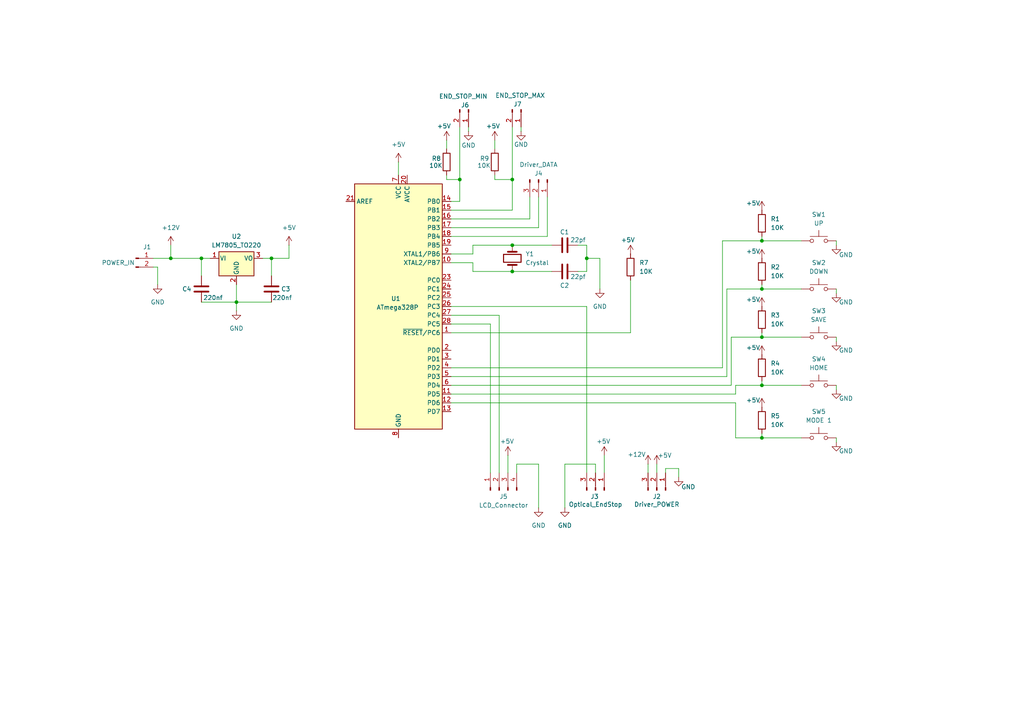
<source format=kicad_sch>
(kicad_sch
	(version 20231120)
	(generator "eeschema")
	(generator_version "8.0")
	(uuid "ece286b0-3688-4cda-9879-18ddf8903dd1")
	(paper "A4")
	(title_block
		(title "Standing Desk")
		(date "2024-07-24")
		(rev "1.0")
		(company "EmbeddedPioneer")
	)
	(lib_symbols
		(symbol "Connector:Conn_01x02_Pin"
			(pin_names
				(offset 1.016) hide)
			(exclude_from_sim no)
			(in_bom yes)
			(on_board yes)
			(property "Reference" "J"
				(at 0 2.54 0)
				(effects
					(font
						(size 1.27 1.27)
					)
				)
			)
			(property "Value" "Conn_01x02_Pin"
				(at 0 -5.08 0)
				(effects
					(font
						(size 1.27 1.27)
					)
				)
			)
			(property "Footprint" ""
				(at 0 0 0)
				(effects
					(font
						(size 1.27 1.27)
					)
					(hide yes)
				)
			)
			(property "Datasheet" "~"
				(at 0 0 0)
				(effects
					(font
						(size 1.27 1.27)
					)
					(hide yes)
				)
			)
			(property "Description" "Generic connector, single row, 01x02, script generated"
				(at 0 0 0)
				(effects
					(font
						(size 1.27 1.27)
					)
					(hide yes)
				)
			)
			(property "ki_locked" ""
				(at 0 0 0)
				(effects
					(font
						(size 1.27 1.27)
					)
				)
			)
			(property "ki_keywords" "connector"
				(at 0 0 0)
				(effects
					(font
						(size 1.27 1.27)
					)
					(hide yes)
				)
			)
			(property "ki_fp_filters" "Connector*:*_1x??_*"
				(at 0 0 0)
				(effects
					(font
						(size 1.27 1.27)
					)
					(hide yes)
				)
			)
			(symbol "Conn_01x02_Pin_1_1"
				(polyline
					(pts
						(xy 1.27 -2.54) (xy 0.8636 -2.54)
					)
					(stroke
						(width 0.1524)
						(type default)
					)
					(fill
						(type none)
					)
				)
				(polyline
					(pts
						(xy 1.27 0) (xy 0.8636 0)
					)
					(stroke
						(width 0.1524)
						(type default)
					)
					(fill
						(type none)
					)
				)
				(rectangle
					(start 0.8636 -2.413)
					(end 0 -2.667)
					(stroke
						(width 0.1524)
						(type default)
					)
					(fill
						(type outline)
					)
				)
				(rectangle
					(start 0.8636 0.127)
					(end 0 -0.127)
					(stroke
						(width 0.1524)
						(type default)
					)
					(fill
						(type outline)
					)
				)
				(pin passive line
					(at 5.08 0 180)
					(length 3.81)
					(name "Pin_1"
						(effects
							(font
								(size 1.27 1.27)
							)
						)
					)
					(number "1"
						(effects
							(font
								(size 1.27 1.27)
							)
						)
					)
				)
				(pin passive line
					(at 5.08 -2.54 180)
					(length 3.81)
					(name "Pin_2"
						(effects
							(font
								(size 1.27 1.27)
							)
						)
					)
					(number "2"
						(effects
							(font
								(size 1.27 1.27)
							)
						)
					)
				)
			)
		)
		(symbol "Connector:Conn_01x03_Pin"
			(pin_names
				(offset 1.016) hide)
			(exclude_from_sim no)
			(in_bom yes)
			(on_board yes)
			(property "Reference" "J"
				(at 0 5.08 0)
				(effects
					(font
						(size 1.27 1.27)
					)
				)
			)
			(property "Value" "Conn_01x03_Pin"
				(at 0 -5.08 0)
				(effects
					(font
						(size 1.27 1.27)
					)
				)
			)
			(property "Footprint" ""
				(at 0 0 0)
				(effects
					(font
						(size 1.27 1.27)
					)
					(hide yes)
				)
			)
			(property "Datasheet" "~"
				(at 0 0 0)
				(effects
					(font
						(size 1.27 1.27)
					)
					(hide yes)
				)
			)
			(property "Description" "Generic connector, single row, 01x03, script generated"
				(at 0 0 0)
				(effects
					(font
						(size 1.27 1.27)
					)
					(hide yes)
				)
			)
			(property "ki_locked" ""
				(at 0 0 0)
				(effects
					(font
						(size 1.27 1.27)
					)
				)
			)
			(property "ki_keywords" "connector"
				(at 0 0 0)
				(effects
					(font
						(size 1.27 1.27)
					)
					(hide yes)
				)
			)
			(property "ki_fp_filters" "Connector*:*_1x??_*"
				(at 0 0 0)
				(effects
					(font
						(size 1.27 1.27)
					)
					(hide yes)
				)
			)
			(symbol "Conn_01x03_Pin_1_1"
				(polyline
					(pts
						(xy 1.27 -2.54) (xy 0.8636 -2.54)
					)
					(stroke
						(width 0.1524)
						(type default)
					)
					(fill
						(type none)
					)
				)
				(polyline
					(pts
						(xy 1.27 0) (xy 0.8636 0)
					)
					(stroke
						(width 0.1524)
						(type default)
					)
					(fill
						(type none)
					)
				)
				(polyline
					(pts
						(xy 1.27 2.54) (xy 0.8636 2.54)
					)
					(stroke
						(width 0.1524)
						(type default)
					)
					(fill
						(type none)
					)
				)
				(rectangle
					(start 0.8636 -2.413)
					(end 0 -2.667)
					(stroke
						(width 0.1524)
						(type default)
					)
					(fill
						(type outline)
					)
				)
				(rectangle
					(start 0.8636 0.127)
					(end 0 -0.127)
					(stroke
						(width 0.1524)
						(type default)
					)
					(fill
						(type outline)
					)
				)
				(rectangle
					(start 0.8636 2.667)
					(end 0 2.413)
					(stroke
						(width 0.1524)
						(type default)
					)
					(fill
						(type outline)
					)
				)
				(pin passive line
					(at 5.08 2.54 180)
					(length 3.81)
					(name "Pin_1"
						(effects
							(font
								(size 1.27 1.27)
							)
						)
					)
					(number "1"
						(effects
							(font
								(size 1.27 1.27)
							)
						)
					)
				)
				(pin passive line
					(at 5.08 0 180)
					(length 3.81)
					(name "Pin_2"
						(effects
							(font
								(size 1.27 1.27)
							)
						)
					)
					(number "2"
						(effects
							(font
								(size 1.27 1.27)
							)
						)
					)
				)
				(pin passive line
					(at 5.08 -2.54 180)
					(length 3.81)
					(name "Pin_3"
						(effects
							(font
								(size 1.27 1.27)
							)
						)
					)
					(number "3"
						(effects
							(font
								(size 1.27 1.27)
							)
						)
					)
				)
			)
		)
		(symbol "Connector:Conn_01x04_Pin"
			(pin_names
				(offset 1.016) hide)
			(exclude_from_sim no)
			(in_bom yes)
			(on_board yes)
			(property "Reference" "J"
				(at 0 5.08 0)
				(effects
					(font
						(size 1.27 1.27)
					)
				)
			)
			(property "Value" "Conn_01x04_Pin"
				(at 0 -7.62 0)
				(effects
					(font
						(size 1.27 1.27)
					)
				)
			)
			(property "Footprint" ""
				(at 0 0 0)
				(effects
					(font
						(size 1.27 1.27)
					)
					(hide yes)
				)
			)
			(property "Datasheet" "~"
				(at 0 0 0)
				(effects
					(font
						(size 1.27 1.27)
					)
					(hide yes)
				)
			)
			(property "Description" "Generic connector, single row, 01x04, script generated"
				(at 0 0 0)
				(effects
					(font
						(size 1.27 1.27)
					)
					(hide yes)
				)
			)
			(property "ki_locked" ""
				(at 0 0 0)
				(effects
					(font
						(size 1.27 1.27)
					)
				)
			)
			(property "ki_keywords" "connector"
				(at 0 0 0)
				(effects
					(font
						(size 1.27 1.27)
					)
					(hide yes)
				)
			)
			(property "ki_fp_filters" "Connector*:*_1x??_*"
				(at 0 0 0)
				(effects
					(font
						(size 1.27 1.27)
					)
					(hide yes)
				)
			)
			(symbol "Conn_01x04_Pin_1_1"
				(polyline
					(pts
						(xy 1.27 -5.08) (xy 0.8636 -5.08)
					)
					(stroke
						(width 0.1524)
						(type default)
					)
					(fill
						(type none)
					)
				)
				(polyline
					(pts
						(xy 1.27 -2.54) (xy 0.8636 -2.54)
					)
					(stroke
						(width 0.1524)
						(type default)
					)
					(fill
						(type none)
					)
				)
				(polyline
					(pts
						(xy 1.27 0) (xy 0.8636 0)
					)
					(stroke
						(width 0.1524)
						(type default)
					)
					(fill
						(type none)
					)
				)
				(polyline
					(pts
						(xy 1.27 2.54) (xy 0.8636 2.54)
					)
					(stroke
						(width 0.1524)
						(type default)
					)
					(fill
						(type none)
					)
				)
				(rectangle
					(start 0.8636 -4.953)
					(end 0 -5.207)
					(stroke
						(width 0.1524)
						(type default)
					)
					(fill
						(type outline)
					)
				)
				(rectangle
					(start 0.8636 -2.413)
					(end 0 -2.667)
					(stroke
						(width 0.1524)
						(type default)
					)
					(fill
						(type outline)
					)
				)
				(rectangle
					(start 0.8636 0.127)
					(end 0 -0.127)
					(stroke
						(width 0.1524)
						(type default)
					)
					(fill
						(type outline)
					)
				)
				(rectangle
					(start 0.8636 2.667)
					(end 0 2.413)
					(stroke
						(width 0.1524)
						(type default)
					)
					(fill
						(type outline)
					)
				)
				(pin passive line
					(at 5.08 2.54 180)
					(length 3.81)
					(name "Pin_1"
						(effects
							(font
								(size 1.27 1.27)
							)
						)
					)
					(number "1"
						(effects
							(font
								(size 1.27 1.27)
							)
						)
					)
				)
				(pin passive line
					(at 5.08 0 180)
					(length 3.81)
					(name "Pin_2"
						(effects
							(font
								(size 1.27 1.27)
							)
						)
					)
					(number "2"
						(effects
							(font
								(size 1.27 1.27)
							)
						)
					)
				)
				(pin passive line
					(at 5.08 -2.54 180)
					(length 3.81)
					(name "Pin_3"
						(effects
							(font
								(size 1.27 1.27)
							)
						)
					)
					(number "3"
						(effects
							(font
								(size 1.27 1.27)
							)
						)
					)
				)
				(pin passive line
					(at 5.08 -5.08 180)
					(length 3.81)
					(name "Pin_4"
						(effects
							(font
								(size 1.27 1.27)
							)
						)
					)
					(number "4"
						(effects
							(font
								(size 1.27 1.27)
							)
						)
					)
				)
			)
		)
		(symbol "Device:C"
			(pin_numbers hide)
			(pin_names
				(offset 0.254)
			)
			(exclude_from_sim no)
			(in_bom yes)
			(on_board yes)
			(property "Reference" "C"
				(at 0.635 2.54 0)
				(effects
					(font
						(size 1.27 1.27)
					)
					(justify left)
				)
			)
			(property "Value" "C"
				(at 0.635 -2.54 0)
				(effects
					(font
						(size 1.27 1.27)
					)
					(justify left)
				)
			)
			(property "Footprint" ""
				(at 0.9652 -3.81 0)
				(effects
					(font
						(size 1.27 1.27)
					)
					(hide yes)
				)
			)
			(property "Datasheet" "~"
				(at 0 0 0)
				(effects
					(font
						(size 1.27 1.27)
					)
					(hide yes)
				)
			)
			(property "Description" "Unpolarized capacitor"
				(at 0 0 0)
				(effects
					(font
						(size 1.27 1.27)
					)
					(hide yes)
				)
			)
			(property "ki_keywords" "cap capacitor"
				(at 0 0 0)
				(effects
					(font
						(size 1.27 1.27)
					)
					(hide yes)
				)
			)
			(property "ki_fp_filters" "C_*"
				(at 0 0 0)
				(effects
					(font
						(size 1.27 1.27)
					)
					(hide yes)
				)
			)
			(symbol "C_0_1"
				(polyline
					(pts
						(xy -2.032 -0.762) (xy 2.032 -0.762)
					)
					(stroke
						(width 0.508)
						(type default)
					)
					(fill
						(type none)
					)
				)
				(polyline
					(pts
						(xy -2.032 0.762) (xy 2.032 0.762)
					)
					(stroke
						(width 0.508)
						(type default)
					)
					(fill
						(type none)
					)
				)
			)
			(symbol "C_1_1"
				(pin passive line
					(at 0 3.81 270)
					(length 2.794)
					(name "~"
						(effects
							(font
								(size 1.27 1.27)
							)
						)
					)
					(number "1"
						(effects
							(font
								(size 1.27 1.27)
							)
						)
					)
				)
				(pin passive line
					(at 0 -3.81 90)
					(length 2.794)
					(name "~"
						(effects
							(font
								(size 1.27 1.27)
							)
						)
					)
					(number "2"
						(effects
							(font
								(size 1.27 1.27)
							)
						)
					)
				)
			)
		)
		(symbol "Device:Crystal"
			(pin_numbers hide)
			(pin_names
				(offset 1.016) hide)
			(exclude_from_sim no)
			(in_bom yes)
			(on_board yes)
			(property "Reference" "Y"
				(at 0 3.81 0)
				(effects
					(font
						(size 1.27 1.27)
					)
				)
			)
			(property "Value" "Crystal"
				(at 0 -3.81 0)
				(effects
					(font
						(size 1.27 1.27)
					)
				)
			)
			(property "Footprint" ""
				(at 0 0 0)
				(effects
					(font
						(size 1.27 1.27)
					)
					(hide yes)
				)
			)
			(property "Datasheet" "~"
				(at 0 0 0)
				(effects
					(font
						(size 1.27 1.27)
					)
					(hide yes)
				)
			)
			(property "Description" "Two pin crystal"
				(at 0 0 0)
				(effects
					(font
						(size 1.27 1.27)
					)
					(hide yes)
				)
			)
			(property "ki_keywords" "quartz ceramic resonator oscillator"
				(at 0 0 0)
				(effects
					(font
						(size 1.27 1.27)
					)
					(hide yes)
				)
			)
			(property "ki_fp_filters" "Crystal*"
				(at 0 0 0)
				(effects
					(font
						(size 1.27 1.27)
					)
					(hide yes)
				)
			)
			(symbol "Crystal_0_1"
				(rectangle
					(start -1.143 2.54)
					(end 1.143 -2.54)
					(stroke
						(width 0.3048)
						(type default)
					)
					(fill
						(type none)
					)
				)
				(polyline
					(pts
						(xy -2.54 0) (xy -1.905 0)
					)
					(stroke
						(width 0)
						(type default)
					)
					(fill
						(type none)
					)
				)
				(polyline
					(pts
						(xy -1.905 -1.27) (xy -1.905 1.27)
					)
					(stroke
						(width 0.508)
						(type default)
					)
					(fill
						(type none)
					)
				)
				(polyline
					(pts
						(xy 1.905 -1.27) (xy 1.905 1.27)
					)
					(stroke
						(width 0.508)
						(type default)
					)
					(fill
						(type none)
					)
				)
				(polyline
					(pts
						(xy 2.54 0) (xy 1.905 0)
					)
					(stroke
						(width 0)
						(type default)
					)
					(fill
						(type none)
					)
				)
			)
			(symbol "Crystal_1_1"
				(pin passive line
					(at -3.81 0 0)
					(length 1.27)
					(name "1"
						(effects
							(font
								(size 1.27 1.27)
							)
						)
					)
					(number "1"
						(effects
							(font
								(size 1.27 1.27)
							)
						)
					)
				)
				(pin passive line
					(at 3.81 0 180)
					(length 1.27)
					(name "2"
						(effects
							(font
								(size 1.27 1.27)
							)
						)
					)
					(number "2"
						(effects
							(font
								(size 1.27 1.27)
							)
						)
					)
				)
			)
		)
		(symbol "Device:R"
			(pin_numbers hide)
			(pin_names
				(offset 0)
			)
			(exclude_from_sim no)
			(in_bom yes)
			(on_board yes)
			(property "Reference" "R"
				(at 2.032 0 90)
				(effects
					(font
						(size 1.27 1.27)
					)
				)
			)
			(property "Value" "R"
				(at 0 0 90)
				(effects
					(font
						(size 1.27 1.27)
					)
				)
			)
			(property "Footprint" ""
				(at -1.778 0 90)
				(effects
					(font
						(size 1.27 1.27)
					)
					(hide yes)
				)
			)
			(property "Datasheet" "~"
				(at 0 0 0)
				(effects
					(font
						(size 1.27 1.27)
					)
					(hide yes)
				)
			)
			(property "Description" "Resistor"
				(at 0 0 0)
				(effects
					(font
						(size 1.27 1.27)
					)
					(hide yes)
				)
			)
			(property "ki_keywords" "R res resistor"
				(at 0 0 0)
				(effects
					(font
						(size 1.27 1.27)
					)
					(hide yes)
				)
			)
			(property "ki_fp_filters" "R_*"
				(at 0 0 0)
				(effects
					(font
						(size 1.27 1.27)
					)
					(hide yes)
				)
			)
			(symbol "R_0_1"
				(rectangle
					(start -1.016 -2.54)
					(end 1.016 2.54)
					(stroke
						(width 0.254)
						(type default)
					)
					(fill
						(type none)
					)
				)
			)
			(symbol "R_1_1"
				(pin passive line
					(at 0 3.81 270)
					(length 1.27)
					(name "~"
						(effects
							(font
								(size 1.27 1.27)
							)
						)
					)
					(number "1"
						(effects
							(font
								(size 1.27 1.27)
							)
						)
					)
				)
				(pin passive line
					(at 0 -3.81 90)
					(length 1.27)
					(name "~"
						(effects
							(font
								(size 1.27 1.27)
							)
						)
					)
					(number "2"
						(effects
							(font
								(size 1.27 1.27)
							)
						)
					)
				)
			)
		)
		(symbol "MCU_Microchip_ATmega:ATmega328P-P"
			(exclude_from_sim no)
			(in_bom yes)
			(on_board yes)
			(property "Reference" "U"
				(at -12.7 36.83 0)
				(effects
					(font
						(size 1.27 1.27)
					)
					(justify left bottom)
				)
			)
			(property "Value" "ATmega328P-P"
				(at 2.54 -36.83 0)
				(effects
					(font
						(size 1.27 1.27)
					)
					(justify left top)
				)
			)
			(property "Footprint" "Package_DIP:DIP-28_W7.62mm"
				(at 0 0 0)
				(effects
					(font
						(size 1.27 1.27)
						(italic yes)
					)
					(hide yes)
				)
			)
			(property "Datasheet" "http://ww1.microchip.com/downloads/en/DeviceDoc/ATmega328_P%20AVR%20MCU%20with%20picoPower%20Technology%20Data%20Sheet%2040001984A.pdf"
				(at 0 0 0)
				(effects
					(font
						(size 1.27 1.27)
					)
					(hide yes)
				)
			)
			(property "Description" "20MHz, 32kB Flash, 2kB SRAM, 1kB EEPROM, DIP-28"
				(at 0 0 0)
				(effects
					(font
						(size 1.27 1.27)
					)
					(hide yes)
				)
			)
			(property "ki_keywords" "AVR 8bit Microcontroller MegaAVR PicoPower"
				(at 0 0 0)
				(effects
					(font
						(size 1.27 1.27)
					)
					(hide yes)
				)
			)
			(property "ki_fp_filters" "DIP*W7.62mm*"
				(at 0 0 0)
				(effects
					(font
						(size 1.27 1.27)
					)
					(hide yes)
				)
			)
			(symbol "ATmega328P-P_0_1"
				(rectangle
					(start -12.7 -35.56)
					(end 12.7 35.56)
					(stroke
						(width 0.254)
						(type default)
					)
					(fill
						(type background)
					)
				)
			)
			(symbol "ATmega328P-P_1_1"
				(pin bidirectional line
					(at 15.24 -7.62 180)
					(length 2.54)
					(name "~{RESET}/PC6"
						(effects
							(font
								(size 1.27 1.27)
							)
						)
					)
					(number "1"
						(effects
							(font
								(size 1.27 1.27)
							)
						)
					)
				)
				(pin bidirectional line
					(at 15.24 12.7 180)
					(length 2.54)
					(name "XTAL2/PB7"
						(effects
							(font
								(size 1.27 1.27)
							)
						)
					)
					(number "10"
						(effects
							(font
								(size 1.27 1.27)
							)
						)
					)
				)
				(pin bidirectional line
					(at 15.24 -25.4 180)
					(length 2.54)
					(name "PD5"
						(effects
							(font
								(size 1.27 1.27)
							)
						)
					)
					(number "11"
						(effects
							(font
								(size 1.27 1.27)
							)
						)
					)
				)
				(pin bidirectional line
					(at 15.24 -27.94 180)
					(length 2.54)
					(name "PD6"
						(effects
							(font
								(size 1.27 1.27)
							)
						)
					)
					(number "12"
						(effects
							(font
								(size 1.27 1.27)
							)
						)
					)
				)
				(pin bidirectional line
					(at 15.24 -30.48 180)
					(length 2.54)
					(name "PD7"
						(effects
							(font
								(size 1.27 1.27)
							)
						)
					)
					(number "13"
						(effects
							(font
								(size 1.27 1.27)
							)
						)
					)
				)
				(pin bidirectional line
					(at 15.24 30.48 180)
					(length 2.54)
					(name "PB0"
						(effects
							(font
								(size 1.27 1.27)
							)
						)
					)
					(number "14"
						(effects
							(font
								(size 1.27 1.27)
							)
						)
					)
				)
				(pin bidirectional line
					(at 15.24 27.94 180)
					(length 2.54)
					(name "PB1"
						(effects
							(font
								(size 1.27 1.27)
							)
						)
					)
					(number "15"
						(effects
							(font
								(size 1.27 1.27)
							)
						)
					)
				)
				(pin bidirectional line
					(at 15.24 25.4 180)
					(length 2.54)
					(name "PB2"
						(effects
							(font
								(size 1.27 1.27)
							)
						)
					)
					(number "16"
						(effects
							(font
								(size 1.27 1.27)
							)
						)
					)
				)
				(pin bidirectional line
					(at 15.24 22.86 180)
					(length 2.54)
					(name "PB3"
						(effects
							(font
								(size 1.27 1.27)
							)
						)
					)
					(number "17"
						(effects
							(font
								(size 1.27 1.27)
							)
						)
					)
				)
				(pin bidirectional line
					(at 15.24 20.32 180)
					(length 2.54)
					(name "PB4"
						(effects
							(font
								(size 1.27 1.27)
							)
						)
					)
					(number "18"
						(effects
							(font
								(size 1.27 1.27)
							)
						)
					)
				)
				(pin bidirectional line
					(at 15.24 17.78 180)
					(length 2.54)
					(name "PB5"
						(effects
							(font
								(size 1.27 1.27)
							)
						)
					)
					(number "19"
						(effects
							(font
								(size 1.27 1.27)
							)
						)
					)
				)
				(pin bidirectional line
					(at 15.24 -12.7 180)
					(length 2.54)
					(name "PD0"
						(effects
							(font
								(size 1.27 1.27)
							)
						)
					)
					(number "2"
						(effects
							(font
								(size 1.27 1.27)
							)
						)
					)
				)
				(pin power_in line
					(at 2.54 38.1 270)
					(length 2.54)
					(name "AVCC"
						(effects
							(font
								(size 1.27 1.27)
							)
						)
					)
					(number "20"
						(effects
							(font
								(size 1.27 1.27)
							)
						)
					)
				)
				(pin passive line
					(at -15.24 30.48 0)
					(length 2.54)
					(name "AREF"
						(effects
							(font
								(size 1.27 1.27)
							)
						)
					)
					(number "21"
						(effects
							(font
								(size 1.27 1.27)
							)
						)
					)
				)
				(pin passive line
					(at 0 -38.1 90)
					(length 2.54) hide
					(name "GND"
						(effects
							(font
								(size 1.27 1.27)
							)
						)
					)
					(number "22"
						(effects
							(font
								(size 1.27 1.27)
							)
						)
					)
				)
				(pin bidirectional line
					(at 15.24 7.62 180)
					(length 2.54)
					(name "PC0"
						(effects
							(font
								(size 1.27 1.27)
							)
						)
					)
					(number "23"
						(effects
							(font
								(size 1.27 1.27)
							)
						)
					)
				)
				(pin bidirectional line
					(at 15.24 5.08 180)
					(length 2.54)
					(name "PC1"
						(effects
							(font
								(size 1.27 1.27)
							)
						)
					)
					(number "24"
						(effects
							(font
								(size 1.27 1.27)
							)
						)
					)
				)
				(pin bidirectional line
					(at 15.24 2.54 180)
					(length 2.54)
					(name "PC2"
						(effects
							(font
								(size 1.27 1.27)
							)
						)
					)
					(number "25"
						(effects
							(font
								(size 1.27 1.27)
							)
						)
					)
				)
				(pin bidirectional line
					(at 15.24 0 180)
					(length 2.54)
					(name "PC3"
						(effects
							(font
								(size 1.27 1.27)
							)
						)
					)
					(number "26"
						(effects
							(font
								(size 1.27 1.27)
							)
						)
					)
				)
				(pin bidirectional line
					(at 15.24 -2.54 180)
					(length 2.54)
					(name "PC4"
						(effects
							(font
								(size 1.27 1.27)
							)
						)
					)
					(number "27"
						(effects
							(font
								(size 1.27 1.27)
							)
						)
					)
				)
				(pin bidirectional line
					(at 15.24 -5.08 180)
					(length 2.54)
					(name "PC5"
						(effects
							(font
								(size 1.27 1.27)
							)
						)
					)
					(number "28"
						(effects
							(font
								(size 1.27 1.27)
							)
						)
					)
				)
				(pin bidirectional line
					(at 15.24 -15.24 180)
					(length 2.54)
					(name "PD1"
						(effects
							(font
								(size 1.27 1.27)
							)
						)
					)
					(number "3"
						(effects
							(font
								(size 1.27 1.27)
							)
						)
					)
				)
				(pin bidirectional line
					(at 15.24 -17.78 180)
					(length 2.54)
					(name "PD2"
						(effects
							(font
								(size 1.27 1.27)
							)
						)
					)
					(number "4"
						(effects
							(font
								(size 1.27 1.27)
							)
						)
					)
				)
				(pin bidirectional line
					(at 15.24 -20.32 180)
					(length 2.54)
					(name "PD3"
						(effects
							(font
								(size 1.27 1.27)
							)
						)
					)
					(number "5"
						(effects
							(font
								(size 1.27 1.27)
							)
						)
					)
				)
				(pin bidirectional line
					(at 15.24 -22.86 180)
					(length 2.54)
					(name "PD4"
						(effects
							(font
								(size 1.27 1.27)
							)
						)
					)
					(number "6"
						(effects
							(font
								(size 1.27 1.27)
							)
						)
					)
				)
				(pin power_in line
					(at 0 38.1 270)
					(length 2.54)
					(name "VCC"
						(effects
							(font
								(size 1.27 1.27)
							)
						)
					)
					(number "7"
						(effects
							(font
								(size 1.27 1.27)
							)
						)
					)
				)
				(pin power_in line
					(at 0 -38.1 90)
					(length 2.54)
					(name "GND"
						(effects
							(font
								(size 1.27 1.27)
							)
						)
					)
					(number "8"
						(effects
							(font
								(size 1.27 1.27)
							)
						)
					)
				)
				(pin bidirectional line
					(at 15.24 15.24 180)
					(length 2.54)
					(name "XTAL1/PB6"
						(effects
							(font
								(size 1.27 1.27)
							)
						)
					)
					(number "9"
						(effects
							(font
								(size 1.27 1.27)
							)
						)
					)
				)
			)
		)
		(symbol "Regulator_Linear:LM7805_TO220"
			(pin_names
				(offset 0.254)
			)
			(exclude_from_sim no)
			(in_bom yes)
			(on_board yes)
			(property "Reference" "U"
				(at -3.81 3.175 0)
				(effects
					(font
						(size 1.27 1.27)
					)
				)
			)
			(property "Value" "LM7805_TO220"
				(at 0 3.175 0)
				(effects
					(font
						(size 1.27 1.27)
					)
					(justify left)
				)
			)
			(property "Footprint" "Package_TO_SOT_THT:TO-220-3_Vertical"
				(at 0 5.715 0)
				(effects
					(font
						(size 1.27 1.27)
						(italic yes)
					)
					(hide yes)
				)
			)
			(property "Datasheet" "https://www.onsemi.cn/PowerSolutions/document/MC7800-D.PDF"
				(at 0 -1.27 0)
				(effects
					(font
						(size 1.27 1.27)
					)
					(hide yes)
				)
			)
			(property "Description" "Positive 1A 35V Linear Regulator, Fixed Output 5V, TO-220"
				(at 0 0 0)
				(effects
					(font
						(size 1.27 1.27)
					)
					(hide yes)
				)
			)
			(property "ki_keywords" "Voltage Regulator 1A Positive"
				(at 0 0 0)
				(effects
					(font
						(size 1.27 1.27)
					)
					(hide yes)
				)
			)
			(property "ki_fp_filters" "TO?220*"
				(at 0 0 0)
				(effects
					(font
						(size 1.27 1.27)
					)
					(hide yes)
				)
			)
			(symbol "LM7805_TO220_0_1"
				(rectangle
					(start -5.08 1.905)
					(end 5.08 -5.08)
					(stroke
						(width 0.254)
						(type default)
					)
					(fill
						(type background)
					)
				)
			)
			(symbol "LM7805_TO220_1_1"
				(pin power_in line
					(at -7.62 0 0)
					(length 2.54)
					(name "VI"
						(effects
							(font
								(size 1.27 1.27)
							)
						)
					)
					(number "1"
						(effects
							(font
								(size 1.27 1.27)
							)
						)
					)
				)
				(pin power_in line
					(at 0 -7.62 90)
					(length 2.54)
					(name "GND"
						(effects
							(font
								(size 1.27 1.27)
							)
						)
					)
					(number "2"
						(effects
							(font
								(size 1.27 1.27)
							)
						)
					)
				)
				(pin power_out line
					(at 7.62 0 180)
					(length 2.54)
					(name "VO"
						(effects
							(font
								(size 1.27 1.27)
							)
						)
					)
					(number "3"
						(effects
							(font
								(size 1.27 1.27)
							)
						)
					)
				)
			)
		)
		(symbol "Switch:SW_Push"
			(pin_numbers hide)
			(pin_names
				(offset 1.016) hide)
			(exclude_from_sim no)
			(in_bom yes)
			(on_board yes)
			(property "Reference" "SW"
				(at 1.27 2.54 0)
				(effects
					(font
						(size 1.27 1.27)
					)
					(justify left)
				)
			)
			(property "Value" "SW_Push"
				(at 0 -1.524 0)
				(effects
					(font
						(size 1.27 1.27)
					)
				)
			)
			(property "Footprint" ""
				(at 0 5.08 0)
				(effects
					(font
						(size 1.27 1.27)
					)
					(hide yes)
				)
			)
			(property "Datasheet" "~"
				(at 0 5.08 0)
				(effects
					(font
						(size 1.27 1.27)
					)
					(hide yes)
				)
			)
			(property "Description" "Push button switch, generic, two pins"
				(at 0 0 0)
				(effects
					(font
						(size 1.27 1.27)
					)
					(hide yes)
				)
			)
			(property "ki_keywords" "switch normally-open pushbutton push-button"
				(at 0 0 0)
				(effects
					(font
						(size 1.27 1.27)
					)
					(hide yes)
				)
			)
			(symbol "SW_Push_0_1"
				(circle
					(center -2.032 0)
					(radius 0.508)
					(stroke
						(width 0)
						(type default)
					)
					(fill
						(type none)
					)
				)
				(polyline
					(pts
						(xy 0 1.27) (xy 0 3.048)
					)
					(stroke
						(width 0)
						(type default)
					)
					(fill
						(type none)
					)
				)
				(polyline
					(pts
						(xy 2.54 1.27) (xy -2.54 1.27)
					)
					(stroke
						(width 0)
						(type default)
					)
					(fill
						(type none)
					)
				)
				(circle
					(center 2.032 0)
					(radius 0.508)
					(stroke
						(width 0)
						(type default)
					)
					(fill
						(type none)
					)
				)
				(pin passive line
					(at -5.08 0 0)
					(length 2.54)
					(name "1"
						(effects
							(font
								(size 1.27 1.27)
							)
						)
					)
					(number "1"
						(effects
							(font
								(size 1.27 1.27)
							)
						)
					)
				)
				(pin passive line
					(at 5.08 0 180)
					(length 2.54)
					(name "2"
						(effects
							(font
								(size 1.27 1.27)
							)
						)
					)
					(number "2"
						(effects
							(font
								(size 1.27 1.27)
							)
						)
					)
				)
			)
		)
		(symbol "power:+12V"
			(power)
			(pin_numbers hide)
			(pin_names
				(offset 0) hide)
			(exclude_from_sim no)
			(in_bom yes)
			(on_board yes)
			(property "Reference" "#PWR"
				(at 0 -3.81 0)
				(effects
					(font
						(size 1.27 1.27)
					)
					(hide yes)
				)
			)
			(property "Value" "+12V"
				(at 0 3.556 0)
				(effects
					(font
						(size 1.27 1.27)
					)
				)
			)
			(property "Footprint" ""
				(at 0 0 0)
				(effects
					(font
						(size 1.27 1.27)
					)
					(hide yes)
				)
			)
			(property "Datasheet" ""
				(at 0 0 0)
				(effects
					(font
						(size 1.27 1.27)
					)
					(hide yes)
				)
			)
			(property "Description" "Power symbol creates a global label with name \"+12V\""
				(at 0 0 0)
				(effects
					(font
						(size 1.27 1.27)
					)
					(hide yes)
				)
			)
			(property "ki_keywords" "global power"
				(at 0 0 0)
				(effects
					(font
						(size 1.27 1.27)
					)
					(hide yes)
				)
			)
			(symbol "+12V_0_1"
				(polyline
					(pts
						(xy -0.762 1.27) (xy 0 2.54)
					)
					(stroke
						(width 0)
						(type default)
					)
					(fill
						(type none)
					)
				)
				(polyline
					(pts
						(xy 0 0) (xy 0 2.54)
					)
					(stroke
						(width 0)
						(type default)
					)
					(fill
						(type none)
					)
				)
				(polyline
					(pts
						(xy 0 2.54) (xy 0.762 1.27)
					)
					(stroke
						(width 0)
						(type default)
					)
					(fill
						(type none)
					)
				)
			)
			(symbol "+12V_1_1"
				(pin power_in line
					(at 0 0 90)
					(length 0)
					(name "~"
						(effects
							(font
								(size 1.27 1.27)
							)
						)
					)
					(number "1"
						(effects
							(font
								(size 1.27 1.27)
							)
						)
					)
				)
			)
		)
		(symbol "power:+5V"
			(power)
			(pin_numbers hide)
			(pin_names
				(offset 0) hide)
			(exclude_from_sim no)
			(in_bom yes)
			(on_board yes)
			(property "Reference" "#PWR"
				(at 0 -3.81 0)
				(effects
					(font
						(size 1.27 1.27)
					)
					(hide yes)
				)
			)
			(property "Value" "+5V"
				(at 0 3.556 0)
				(effects
					(font
						(size 1.27 1.27)
					)
				)
			)
			(property "Footprint" ""
				(at 0 0 0)
				(effects
					(font
						(size 1.27 1.27)
					)
					(hide yes)
				)
			)
			(property "Datasheet" ""
				(at 0 0 0)
				(effects
					(font
						(size 1.27 1.27)
					)
					(hide yes)
				)
			)
			(property "Description" "Power symbol creates a global label with name \"+5V\""
				(at 0 0 0)
				(effects
					(font
						(size 1.27 1.27)
					)
					(hide yes)
				)
			)
			(property "ki_keywords" "global power"
				(at 0 0 0)
				(effects
					(font
						(size 1.27 1.27)
					)
					(hide yes)
				)
			)
			(symbol "+5V_0_1"
				(polyline
					(pts
						(xy -0.762 1.27) (xy 0 2.54)
					)
					(stroke
						(width 0)
						(type default)
					)
					(fill
						(type none)
					)
				)
				(polyline
					(pts
						(xy 0 0) (xy 0 2.54)
					)
					(stroke
						(width 0)
						(type default)
					)
					(fill
						(type none)
					)
				)
				(polyline
					(pts
						(xy 0 2.54) (xy 0.762 1.27)
					)
					(stroke
						(width 0)
						(type default)
					)
					(fill
						(type none)
					)
				)
			)
			(symbol "+5V_1_1"
				(pin power_in line
					(at 0 0 90)
					(length 0)
					(name "~"
						(effects
							(font
								(size 1.27 1.27)
							)
						)
					)
					(number "1"
						(effects
							(font
								(size 1.27 1.27)
							)
						)
					)
				)
			)
		)
		(symbol "power:GND"
			(power)
			(pin_numbers hide)
			(pin_names
				(offset 0) hide)
			(exclude_from_sim no)
			(in_bom yes)
			(on_board yes)
			(property "Reference" "#PWR"
				(at 0 -6.35 0)
				(effects
					(font
						(size 1.27 1.27)
					)
					(hide yes)
				)
			)
			(property "Value" "GND"
				(at 0 -3.81 0)
				(effects
					(font
						(size 1.27 1.27)
					)
				)
			)
			(property "Footprint" ""
				(at 0 0 0)
				(effects
					(font
						(size 1.27 1.27)
					)
					(hide yes)
				)
			)
			(property "Datasheet" ""
				(at 0 0 0)
				(effects
					(font
						(size 1.27 1.27)
					)
					(hide yes)
				)
			)
			(property "Description" "Power symbol creates a global label with name \"GND\" , ground"
				(at 0 0 0)
				(effects
					(font
						(size 1.27 1.27)
					)
					(hide yes)
				)
			)
			(property "ki_keywords" "global power"
				(at 0 0 0)
				(effects
					(font
						(size 1.27 1.27)
					)
					(hide yes)
				)
			)
			(symbol "GND_0_1"
				(polyline
					(pts
						(xy 0 0) (xy 0 -1.27) (xy 1.27 -1.27) (xy 0 -2.54) (xy -1.27 -1.27) (xy 0 -1.27)
					)
					(stroke
						(width 0)
						(type default)
					)
					(fill
						(type none)
					)
				)
			)
			(symbol "GND_1_1"
				(pin power_in line
					(at 0 0 270)
					(length 0)
					(name "~"
						(effects
							(font
								(size 1.27 1.27)
							)
						)
					)
					(number "1"
						(effects
							(font
								(size 1.27 1.27)
							)
						)
					)
				)
			)
		)
	)
	(junction
		(at 220.98 127)
		(diameter 0)
		(color 0 0 0 0)
		(uuid "1ad6a0e8-aa64-4816-af00-01547bac7677")
	)
	(junction
		(at 148.59 78.74)
		(diameter 0)
		(color 0 0 0 0)
		(uuid "1b9b6984-9e19-4f3f-81f4-b87c1ce07e0a")
	)
	(junction
		(at 220.98 97.79)
		(diameter 0)
		(color 0 0 0 0)
		(uuid "48118e8c-962d-4b8d-bf77-071e8cc4f053")
	)
	(junction
		(at 49.53 74.93)
		(diameter 0)
		(color 0 0 0 0)
		(uuid "52391295-af00-4ba4-bb16-bc666c6e838f")
	)
	(junction
		(at 220.98 83.82)
		(diameter 0)
		(color 0 0 0 0)
		(uuid "5454af7c-b6c9-459d-ae50-a0e76ce737c3")
	)
	(junction
		(at 220.98 111.76)
		(diameter 0)
		(color 0 0 0 0)
		(uuid "5b365bae-c17f-4f07-a287-c0cfdd631ace")
	)
	(junction
		(at 58.42 74.93)
		(diameter 0)
		(color 0 0 0 0)
		(uuid "62bb8a7a-ae46-4ddd-9235-c77b00b4a50c")
	)
	(junction
		(at 78.74 74.93)
		(diameter 0)
		(color 0 0 0 0)
		(uuid "70ecaa0e-c38b-41b3-bce4-16ee52441299")
	)
	(junction
		(at 133.35 52.07)
		(diameter 0)
		(color 0 0 0 0)
		(uuid "7d49dcad-af12-4a65-9cd0-d8047c520bb2")
	)
	(junction
		(at 68.58 87.63)
		(diameter 0)
		(color 0 0 0 0)
		(uuid "80cf31e4-6253-41b8-8a61-c31d15c4ed98")
	)
	(junction
		(at 170.18 74.93)
		(diameter 0)
		(color 0 0 0 0)
		(uuid "8d8943f8-3e7b-421f-9348-bf8769a6cb86")
	)
	(junction
		(at 220.98 69.85)
		(diameter 0)
		(color 0 0 0 0)
		(uuid "bc50f0da-2141-4b9f-bcea-a9db71ecc55d")
	)
	(junction
		(at 148.59 71.12)
		(diameter 0)
		(color 0 0 0 0)
		(uuid "eb6c9e2a-7705-4320-a8ad-4b46b228093f")
	)
	(junction
		(at 148.59 52.07)
		(diameter 0)
		(color 0 0 0 0)
		(uuid "f9de3c7d-68e9-493e-9c30-cbc36fff69e0")
	)
	(wire
		(pts
			(xy 175.26 132.08) (xy 175.26 137.16)
		)
		(stroke
			(width 0)
			(type default)
		)
		(uuid "026ecb52-71e8-4dbd-8971-89c68b6cbd66")
	)
	(wire
		(pts
			(xy 212.09 97.79) (xy 220.98 97.79)
		)
		(stroke
			(width 0)
			(type default)
		)
		(uuid "03eb7bb2-a82c-41e1-a938-bef7b0940180")
	)
	(wire
		(pts
			(xy 213.36 116.84) (xy 213.36 127)
		)
		(stroke
			(width 0)
			(type default)
		)
		(uuid "051340c9-8536-4266-8f29-f288b18696ce")
	)
	(wire
		(pts
			(xy 44.45 74.93) (xy 49.53 74.93)
		)
		(stroke
			(width 0)
			(type default)
		)
		(uuid "07c41b85-09cc-4565-8fc4-8042aad23ea3")
	)
	(wire
		(pts
			(xy 130.81 114.3) (xy 213.36 114.3)
		)
		(stroke
			(width 0)
			(type default)
		)
		(uuid "0a7069a0-425a-45a1-aab9-9662123ee48f")
	)
	(wire
		(pts
			(xy 193.04 137.16) (xy 193.04 135.89)
		)
		(stroke
			(width 0)
			(type default)
		)
		(uuid "0c795405-b2d9-445f-83b9-99be3be5284d")
	)
	(wire
		(pts
			(xy 143.51 50.8) (xy 143.51 52.07)
		)
		(stroke
			(width 0)
			(type default)
		)
		(uuid "0fd484d5-820c-4193-bb91-1cf55870f81b")
	)
	(wire
		(pts
			(xy 196.85 135.89) (xy 196.85 138.43)
		)
		(stroke
			(width 0)
			(type default)
		)
		(uuid "11193e67-cd45-4c4a-bbbb-70c6f4b177a8")
	)
	(wire
		(pts
			(xy 220.98 97.79) (xy 220.98 96.52)
		)
		(stroke
			(width 0)
			(type default)
		)
		(uuid "12940668-6847-4a7d-8cdc-8adfcba6d144")
	)
	(wire
		(pts
			(xy 156.21 66.04) (xy 130.81 66.04)
		)
		(stroke
			(width 0)
			(type default)
		)
		(uuid "1392f009-67d6-4625-83d4-c16f1bbe3fd9")
	)
	(wire
		(pts
			(xy 153.67 57.15) (xy 153.67 63.5)
		)
		(stroke
			(width 0)
			(type default)
		)
		(uuid "14a21ab2-d2f2-4c29-b761-cf669a098c2f")
	)
	(wire
		(pts
			(xy 130.81 76.2) (xy 137.16 76.2)
		)
		(stroke
			(width 0)
			(type default)
		)
		(uuid "16f66c30-fd91-4cbc-8dea-44301559a58a")
	)
	(wire
		(pts
			(xy 153.67 63.5) (xy 130.81 63.5)
		)
		(stroke
			(width 0)
			(type default)
		)
		(uuid "16fb1c59-8016-43e6-a594-6ef767ffef4e")
	)
	(wire
		(pts
			(xy 137.16 73.66) (xy 137.16 71.12)
		)
		(stroke
			(width 0)
			(type default)
		)
		(uuid "17076ac3-e231-460e-8cb6-fea358759b31")
	)
	(wire
		(pts
			(xy 49.53 71.12) (xy 49.53 74.93)
		)
		(stroke
			(width 0)
			(type default)
		)
		(uuid "197986c2-0c2a-4cf8-b6a1-e87c5db49e92")
	)
	(wire
		(pts
			(xy 133.35 52.07) (xy 133.35 58.42)
		)
		(stroke
			(width 0)
			(type default)
		)
		(uuid "197b22f4-9c43-4c01-b66b-ca84c38cdd47")
	)
	(wire
		(pts
			(xy 156.21 134.62) (xy 156.21 147.32)
		)
		(stroke
			(width 0)
			(type default)
		)
		(uuid "1fb1fd3c-d27c-43fe-8754-05ad0f0c0e74")
	)
	(wire
		(pts
			(xy 170.18 74.93) (xy 170.18 78.74)
		)
		(stroke
			(width 0)
			(type default)
		)
		(uuid "2063fcf7-b45e-4b32-b137-b0eb5db8f7c1")
	)
	(wire
		(pts
			(xy 232.41 111.76) (xy 220.98 111.76)
		)
		(stroke
			(width 0)
			(type default)
		)
		(uuid "22937551-628e-4457-ac08-cdb5d98cf4e1")
	)
	(wire
		(pts
			(xy 172.72 134.62) (xy 172.72 137.16)
		)
		(stroke
			(width 0)
			(type default)
		)
		(uuid "2b6009b7-c4a5-4dc4-bc1e-23f0c5aaefeb")
	)
	(wire
		(pts
			(xy 60.96 74.93) (xy 58.42 74.93)
		)
		(stroke
			(width 0)
			(type default)
		)
		(uuid "2cc75cf6-69ca-4407-b9b0-e1d59f19323b")
	)
	(wire
		(pts
			(xy 158.75 68.58) (xy 130.81 68.58)
		)
		(stroke
			(width 0)
			(type default)
		)
		(uuid "2ebf5c17-841d-4d60-af32-7f4240e89972")
	)
	(wire
		(pts
			(xy 149.86 134.62) (xy 149.86 137.16)
		)
		(stroke
			(width 0)
			(type default)
		)
		(uuid "2ecb75a1-2540-428b-88f5-7e84701a1283")
	)
	(wire
		(pts
			(xy 213.36 114.3) (xy 213.36 111.76)
		)
		(stroke
			(width 0)
			(type default)
		)
		(uuid "2fc6dded-54af-48fe-9f27-f88c84a17e22")
	)
	(wire
		(pts
			(xy 137.16 76.2) (xy 137.16 78.74)
		)
		(stroke
			(width 0)
			(type default)
		)
		(uuid "30078e91-d9fc-4c42-b7d7-a01572c5e167")
	)
	(wire
		(pts
			(xy 130.81 106.68) (xy 209.55 106.68)
		)
		(stroke
			(width 0)
			(type default)
		)
		(uuid "311ccb69-7f3d-4c38-a5b8-be8de4458446")
	)
	(wire
		(pts
			(xy 242.57 83.82) (xy 242.57 85.09)
		)
		(stroke
			(width 0)
			(type default)
		)
		(uuid "3121cbc3-159b-45a5-a897-3b34b6d0867b")
	)
	(wire
		(pts
			(xy 170.18 78.74) (xy 167.64 78.74)
		)
		(stroke
			(width 0)
			(type default)
		)
		(uuid "31c681d5-39a3-4b54-a412-f73087c21bbd")
	)
	(wire
		(pts
			(xy 130.81 109.22) (xy 210.82 109.22)
		)
		(stroke
			(width 0)
			(type default)
		)
		(uuid "35140cba-be32-4020-9f83-6bdf7e83be96")
	)
	(wire
		(pts
			(xy 170.18 71.12) (xy 170.18 74.93)
		)
		(stroke
			(width 0)
			(type default)
		)
		(uuid "351c1c53-8643-4d1d-ada2-c0459d7ba8cc")
	)
	(wire
		(pts
			(xy 44.45 77.47) (xy 45.72 77.47)
		)
		(stroke
			(width 0)
			(type default)
		)
		(uuid "38610ce7-4c69-49d7-8235-d676a6bf4cc1")
	)
	(wire
		(pts
			(xy 142.24 93.98) (xy 130.81 93.98)
		)
		(stroke
			(width 0)
			(type default)
		)
		(uuid "3940a880-ec94-481d-a962-4d975f360b48")
	)
	(wire
		(pts
			(xy 210.82 109.22) (xy 210.82 83.82)
		)
		(stroke
			(width 0)
			(type default)
		)
		(uuid "3f29839c-22ae-43c0-9d2d-b033ef1e4503")
	)
	(wire
		(pts
			(xy 242.57 71.12) (xy 242.57 69.85)
		)
		(stroke
			(width 0)
			(type default)
		)
		(uuid "3f69332a-fd0f-4162-8f3a-b0e1491cdd25")
	)
	(wire
		(pts
			(xy 148.59 60.96) (xy 130.81 60.96)
		)
		(stroke
			(width 0)
			(type default)
		)
		(uuid "403a9e67-1e4e-4ec0-9e1a-90cefaed0bd6")
	)
	(wire
		(pts
			(xy 115.57 46.99) (xy 115.57 50.8)
		)
		(stroke
			(width 0)
			(type default)
		)
		(uuid "4052bed4-3275-4ca6-973b-5b12430996de")
	)
	(wire
		(pts
			(xy 130.81 91.44) (xy 144.78 91.44)
		)
		(stroke
			(width 0)
			(type default)
		)
		(uuid "43f2be9b-7c00-466e-b38c-459f62c8b713")
	)
	(wire
		(pts
			(xy 148.59 78.74) (xy 160.02 78.74)
		)
		(stroke
			(width 0)
			(type default)
		)
		(uuid "445932a8-ba74-4cd1-90ec-829e84200764")
	)
	(wire
		(pts
			(xy 148.59 52.07) (xy 148.59 60.96)
		)
		(stroke
			(width 0)
			(type default)
		)
		(uuid "51803b95-37ac-4bcb-a614-65d1c99ba8c9")
	)
	(wire
		(pts
			(xy 49.53 74.93) (xy 58.42 74.93)
		)
		(stroke
			(width 0)
			(type default)
		)
		(uuid "519f672a-4eec-4cd3-8ddf-e769bf83e7ff")
	)
	(wire
		(pts
			(xy 220.98 69.85) (xy 220.98 68.58)
		)
		(stroke
			(width 0)
			(type default)
		)
		(uuid "53037090-27c6-4493-b1ab-2bd92abbdde5")
	)
	(wire
		(pts
			(xy 242.57 97.79) (xy 242.57 99.06)
		)
		(stroke
			(width 0)
			(type default)
		)
		(uuid "542b834f-08e3-4f07-a240-3ba1f26d693e")
	)
	(wire
		(pts
			(xy 137.16 71.12) (xy 148.59 71.12)
		)
		(stroke
			(width 0)
			(type default)
		)
		(uuid "58042399-ff6e-4efe-a4c2-e3ef8d463067")
	)
	(wire
		(pts
			(xy 135.89 36.83) (xy 135.89 38.1)
		)
		(stroke
			(width 0)
			(type default)
		)
		(uuid "58bf9ed9-a791-43e7-85d6-b5d02f977d65")
	)
	(wire
		(pts
			(xy 193.04 135.89) (xy 196.85 135.89)
		)
		(stroke
			(width 0)
			(type default)
		)
		(uuid "58d1a38f-3e4e-494e-b103-8275c52d994b")
	)
	(wire
		(pts
			(xy 182.88 81.28) (xy 182.88 96.52)
		)
		(stroke
			(width 0)
			(type default)
		)
		(uuid "58d2ddfb-6ad3-4c11-92d0-b069d15efe5e")
	)
	(wire
		(pts
			(xy 144.78 91.44) (xy 144.78 137.16)
		)
		(stroke
			(width 0)
			(type default)
		)
		(uuid "59376748-189a-4d95-92f2-43d898e39ee0")
	)
	(wire
		(pts
			(xy 163.83 134.62) (xy 172.72 134.62)
		)
		(stroke
			(width 0)
			(type default)
		)
		(uuid "5e563dd4-d34f-43c0-aa51-382b5b3e9598")
	)
	(wire
		(pts
			(xy 142.24 137.16) (xy 142.24 93.98)
		)
		(stroke
			(width 0)
			(type default)
		)
		(uuid "65f81086-4932-4582-8f6d-382aa4ec564f")
	)
	(wire
		(pts
			(xy 149.86 134.62) (xy 156.21 134.62)
		)
		(stroke
			(width 0)
			(type default)
		)
		(uuid "66367b5f-7a1e-4ab6-bdce-fc7a2d193dc9")
	)
	(wire
		(pts
			(xy 232.41 127) (xy 220.98 127)
		)
		(stroke
			(width 0)
			(type default)
		)
		(uuid "6744f153-0e52-452a-9478-34e24506a3cb")
	)
	(wire
		(pts
			(xy 68.58 82.55) (xy 68.58 87.63)
		)
		(stroke
			(width 0)
			(type default)
		)
		(uuid "688d11ed-39a0-4ae6-bdec-a30b40511e2f")
	)
	(wire
		(pts
			(xy 213.36 111.76) (xy 220.98 111.76)
		)
		(stroke
			(width 0)
			(type default)
		)
		(uuid "6997b008-1c31-4e4b-8dab-7bba7dd1eb79")
	)
	(wire
		(pts
			(xy 58.42 74.93) (xy 58.42 80.01)
		)
		(stroke
			(width 0)
			(type default)
		)
		(uuid "6f918294-e87b-4b4f-965f-762141b1e17b")
	)
	(wire
		(pts
			(xy 232.41 83.82) (xy 220.98 83.82)
		)
		(stroke
			(width 0)
			(type default)
		)
		(uuid "72f84b78-129e-4bc4-b252-83ebc65f9371")
	)
	(wire
		(pts
			(xy 170.18 137.16) (xy 170.18 88.9)
		)
		(stroke
			(width 0)
			(type default)
		)
		(uuid "73adb245-88a4-4569-9d0b-6850787e806e")
	)
	(wire
		(pts
			(xy 156.21 57.15) (xy 156.21 66.04)
		)
		(stroke
			(width 0)
			(type default)
		)
		(uuid "76650904-b2f6-4f43-b438-56fa3ef2e984")
	)
	(wire
		(pts
			(xy 220.98 83.82) (xy 220.98 82.55)
		)
		(stroke
			(width 0)
			(type default)
		)
		(uuid "7c4ef3c4-4b25-4229-9e7a-9afcb0a57392")
	)
	(wire
		(pts
			(xy 130.81 116.84) (xy 213.36 116.84)
		)
		(stroke
			(width 0)
			(type default)
		)
		(uuid "7ddc1b57-0c56-4f28-8c8b-702e099c4eea")
	)
	(wire
		(pts
			(xy 129.54 52.07) (xy 133.35 52.07)
		)
		(stroke
			(width 0)
			(type default)
		)
		(uuid "840f4ad5-f060-4e99-9b8b-3047b9a81ac1")
	)
	(wire
		(pts
			(xy 182.88 96.52) (xy 130.81 96.52)
		)
		(stroke
			(width 0)
			(type default)
		)
		(uuid "8504fc9a-a0d2-4432-b727-1055b79eb98d")
	)
	(wire
		(pts
			(xy 78.74 74.93) (xy 78.74 80.01)
		)
		(stroke
			(width 0)
			(type default)
		)
		(uuid "85399ac4-9c90-4631-85dd-36cfb30a3544")
	)
	(wire
		(pts
			(xy 83.82 74.93) (xy 83.82 71.12)
		)
		(stroke
			(width 0)
			(type default)
		)
		(uuid "87a1ce61-17a2-45fe-931b-fd5036d8fd12")
	)
	(wire
		(pts
			(xy 232.41 97.79) (xy 220.98 97.79)
		)
		(stroke
			(width 0)
			(type default)
		)
		(uuid "8e957d2b-c52b-485e-bab8-047894bdfb76")
	)
	(wire
		(pts
			(xy 220.98 127) (xy 220.98 125.73)
		)
		(stroke
			(width 0)
			(type default)
		)
		(uuid "96ea9513-d640-4a2d-a282-fef956b67666")
	)
	(wire
		(pts
			(xy 129.54 50.8) (xy 129.54 52.07)
		)
		(stroke
			(width 0)
			(type default)
		)
		(uuid "9eb6e881-ceb4-4281-bad8-f506157b24a6")
	)
	(wire
		(pts
			(xy 78.74 74.93) (xy 83.82 74.93)
		)
		(stroke
			(width 0)
			(type default)
		)
		(uuid "a327d968-4da9-4489-b372-4facabe7bce4")
	)
	(wire
		(pts
			(xy 173.99 74.93) (xy 170.18 74.93)
		)
		(stroke
			(width 0)
			(type default)
		)
		(uuid "a8c32954-3884-4a66-bcd9-7be7bf1faaed")
	)
	(wire
		(pts
			(xy 173.99 83.82) (xy 173.99 74.93)
		)
		(stroke
			(width 0)
			(type default)
		)
		(uuid "a9c961cf-73d2-4ac0-8b5f-c65646c75405")
	)
	(wire
		(pts
			(xy 137.16 78.74) (xy 148.59 78.74)
		)
		(stroke
			(width 0)
			(type default)
		)
		(uuid "af8e2a58-bfd3-4835-ba69-93fac60caaf3")
	)
	(wire
		(pts
			(xy 242.57 127) (xy 242.57 128.27)
		)
		(stroke
			(width 0)
			(type default)
		)
		(uuid "b508186f-aabe-4020-a4b7-573bab20c9ef")
	)
	(wire
		(pts
			(xy 68.58 87.63) (xy 78.74 87.63)
		)
		(stroke
			(width 0)
			(type default)
		)
		(uuid "b5dde9ce-a810-43a7-adaa-c2d822adbecb")
	)
	(wire
		(pts
			(xy 209.55 106.68) (xy 209.55 69.85)
		)
		(stroke
			(width 0)
			(type default)
		)
		(uuid "b8faa936-2edf-4e77-b883-b6648c275d6b")
	)
	(wire
		(pts
			(xy 213.36 127) (xy 220.98 127)
		)
		(stroke
			(width 0)
			(type default)
		)
		(uuid "b910c050-dbf9-4f58-b941-de787872202a")
	)
	(wire
		(pts
			(xy 130.81 73.66) (xy 137.16 73.66)
		)
		(stroke
			(width 0)
			(type default)
		)
		(uuid "be7523dc-e40b-4d26-b8ea-d2097899783a")
	)
	(wire
		(pts
			(xy 232.41 69.85) (xy 220.98 69.85)
		)
		(stroke
			(width 0)
			(type default)
		)
		(uuid "c3535c0d-928f-4736-8c0d-b1148144a64b")
	)
	(wire
		(pts
			(xy 220.98 111.76) (xy 220.98 110.49)
		)
		(stroke
			(width 0)
			(type default)
		)
		(uuid "c7381445-8f4f-435d-ad26-126fa143c1a4")
	)
	(wire
		(pts
			(xy 58.42 87.63) (xy 68.58 87.63)
		)
		(stroke
			(width 0)
			(type default)
		)
		(uuid "c8c7c97f-ab35-46bd-b6d9-6f7afcd108f3")
	)
	(wire
		(pts
			(xy 158.75 57.15) (xy 158.75 68.58)
		)
		(stroke
			(width 0)
			(type default)
		)
		(uuid "ce1a41e6-2a68-41c3-8c54-5a4337034eb9")
	)
	(wire
		(pts
			(xy 76.2 74.93) (xy 78.74 74.93)
		)
		(stroke
			(width 0)
			(type default)
		)
		(uuid "cea5dc37-b3dc-45f1-91c8-8ba949cf83e1")
	)
	(wire
		(pts
			(xy 147.32 137.16) (xy 147.32 132.08)
		)
		(stroke
			(width 0)
			(type default)
		)
		(uuid "cf0e99da-1968-4b09-816a-8a0b82c952b8")
	)
	(wire
		(pts
			(xy 45.72 77.47) (xy 45.72 82.55)
		)
		(stroke
			(width 0)
			(type default)
		)
		(uuid "d1b40554-ab28-4d66-af3a-f13e88739b7c")
	)
	(wire
		(pts
			(xy 210.82 83.82) (xy 220.98 83.82)
		)
		(stroke
			(width 0)
			(type default)
		)
		(uuid "d1f2b8c6-585e-4493-9e22-03da7f18f1ed")
	)
	(wire
		(pts
			(xy 130.81 111.76) (xy 212.09 111.76)
		)
		(stroke
			(width 0)
			(type default)
		)
		(uuid "d36cd121-4181-4728-81b7-7259571e3672")
	)
	(wire
		(pts
			(xy 133.35 36.83) (xy 133.35 52.07)
		)
		(stroke
			(width 0)
			(type default)
		)
		(uuid "d49af1ed-d2db-4b33-a858-743f86c046d5")
	)
	(wire
		(pts
			(xy 151.13 36.83) (xy 151.13 38.1)
		)
		(stroke
			(width 0)
			(type default)
		)
		(uuid "d7775de5-46fc-4796-b2b4-448a59c7158e")
	)
	(wire
		(pts
			(xy 170.18 88.9) (xy 130.81 88.9)
		)
		(stroke
			(width 0)
			(type default)
		)
		(uuid "d94eaeaa-68de-4778-bc9b-4570862f7a2e")
	)
	(wire
		(pts
			(xy 187.96 134.62) (xy 187.96 137.16)
		)
		(stroke
			(width 0)
			(type default)
		)
		(uuid "d9621a5b-7e46-4dca-9555-ff7d2bb80330")
	)
	(wire
		(pts
			(xy 209.55 69.85) (xy 220.98 69.85)
		)
		(stroke
			(width 0)
			(type default)
		)
		(uuid "de776909-1753-42b7-9b1a-3f5330e359ff")
	)
	(wire
		(pts
			(xy 212.09 111.76) (xy 212.09 97.79)
		)
		(stroke
			(width 0)
			(type default)
		)
		(uuid "debffb88-487d-46fb-8e7e-e9569c0227e5")
	)
	(wire
		(pts
			(xy 167.64 71.12) (xy 170.18 71.12)
		)
		(stroke
			(width 0)
			(type default)
		)
		(uuid "df73a565-ee9a-4817-b219-294724bc80c4")
	)
	(wire
		(pts
			(xy 143.51 40.64) (xy 143.51 43.18)
		)
		(stroke
			(width 0)
			(type default)
		)
		(uuid "e251946c-6567-4a5c-8c2f-6152bd57799f")
	)
	(wire
		(pts
			(xy 148.59 36.83) (xy 148.59 52.07)
		)
		(stroke
			(width 0)
			(type default)
		)
		(uuid "e46c6177-6ce6-473f-a75c-baaaefb69dc0")
	)
	(wire
		(pts
			(xy 190.5 134.62) (xy 190.5 137.16)
		)
		(stroke
			(width 0)
			(type default)
		)
		(uuid "e736c759-409f-481e-92cc-312ef2a701f7")
	)
	(wire
		(pts
			(xy 163.83 147.32) (xy 163.83 134.62)
		)
		(stroke
			(width 0)
			(type default)
		)
		(uuid "eb20bcaf-8fa9-46fc-ba89-02553a37bac7")
	)
	(wire
		(pts
			(xy 129.54 40.64) (xy 129.54 43.18)
		)
		(stroke
			(width 0)
			(type default)
		)
		(uuid "ecde381b-2a54-43a3-a971-9aff62c1865e")
	)
	(wire
		(pts
			(xy 148.59 71.12) (xy 160.02 71.12)
		)
		(stroke
			(width 0)
			(type default)
		)
		(uuid "ed3cc598-1c4a-47f0-8cec-5b5e9d6518f1")
	)
	(wire
		(pts
			(xy 133.35 58.42) (xy 130.81 58.42)
		)
		(stroke
			(width 0)
			(type default)
		)
		(uuid "f1095727-3211-42d1-a20e-ea9963e42d7d")
	)
	(wire
		(pts
			(xy 143.51 52.07) (xy 148.59 52.07)
		)
		(stroke
			(width 0)
			(type default)
		)
		(uuid "f46de756-bcba-4fa6-8a8b-53a810f545e4")
	)
	(wire
		(pts
			(xy 68.58 87.63) (xy 68.58 90.17)
		)
		(stroke
			(width 0)
			(type default)
		)
		(uuid "f7d078f6-ad78-4128-83cc-1a93ee9fd42f")
	)
	(wire
		(pts
			(xy 242.57 111.76) (xy 242.57 113.03)
		)
		(stroke
			(width 0)
			(type default)
		)
		(uuid "f7ec5785-87c2-466a-bad0-dd5f28bc1d00")
	)
	(symbol
		(lib_id "Switch:SW_Push")
		(at 237.49 83.82 0)
		(unit 1)
		(exclude_from_sim no)
		(in_bom yes)
		(on_board yes)
		(dnp no)
		(uuid "0492aab2-0dee-45fb-b1d4-a2855c2a0d17")
		(property "Reference" "SW2"
			(at 237.49 76.2 0)
			(effects
				(font
					(size 1.27 1.27)
				)
			)
		)
		(property "Value" "DOWN"
			(at 237.49 78.74 0)
			(effects
				(font
					(size 1.27 1.27)
				)
			)
		)
		(property "Footprint" "Button_Switch_THT:SW_SPST_Omron_B3F-40xx"
			(at 237.49 78.74 0)
			(effects
				(font
					(size 1.27 1.27)
				)
				(hide yes)
			)
		)
		(property "Datasheet" "~"
			(at 237.49 78.74 0)
			(effects
				(font
					(size 1.27 1.27)
				)
				(hide yes)
			)
		)
		(property "Description" "Push button switch, generic, two pins"
			(at 237.49 83.82 0)
			(effects
				(font
					(size 1.27 1.27)
				)
				(hide yes)
			)
		)
		(pin "2"
			(uuid "080b63fc-6341-44f8-8db2-240cf064f62a")
		)
		(pin "1"
			(uuid "beecec8b-75d9-4fe8-ac48-e659ff95be4b")
		)
		(instances
			(project "Standing Desk"
				(path "/ece286b0-3688-4cda-9879-18ddf8903dd1"
					(reference "SW2")
					(unit 1)
				)
			)
		)
	)
	(symbol
		(lib_id "Device:R")
		(at 143.51 46.99 0)
		(unit 1)
		(exclude_from_sim no)
		(in_bom yes)
		(on_board yes)
		(dnp no)
		(uuid "0b9e9e5c-6a43-4fcf-afcd-3ea2eb190fdc")
		(property "Reference" "R9"
			(at 139.192 45.974 0)
			(effects
				(font
					(size 1.27 1.27)
				)
				(justify left)
			)
		)
		(property "Value" "10K"
			(at 138.43 48.006 0)
			(effects
				(font
					(size 1.27 1.27)
				)
				(justify left)
			)
		)
		(property "Footprint" "Resistor_THT:R_Axial_DIN0207_L6.3mm_D2.5mm_P10.16mm_Horizontal"
			(at 141.732 46.99 90)
			(effects
				(font
					(size 1.27 1.27)
				)
				(hide yes)
			)
		)
		(property "Datasheet" "~"
			(at 143.51 46.99 0)
			(effects
				(font
					(size 1.27 1.27)
				)
				(hide yes)
			)
		)
		(property "Description" "Resistor"
			(at 143.51 46.99 0)
			(effects
				(font
					(size 1.27 1.27)
				)
				(hide yes)
			)
		)
		(pin "2"
			(uuid "cdf73c2c-b573-468d-8a42-f000345495fd")
		)
		(pin "1"
			(uuid "35fe2606-df60-4eb5-80d9-7249888fc5b9")
		)
		(instances
			(project "Standing Desk"
				(path "/ece286b0-3688-4cda-9879-18ddf8903dd1"
					(reference "R9")
					(unit 1)
				)
			)
		)
	)
	(symbol
		(lib_id "Device:R")
		(at 220.98 64.77 0)
		(unit 1)
		(exclude_from_sim no)
		(in_bom yes)
		(on_board yes)
		(dnp no)
		(fields_autoplaced yes)
		(uuid "0c05729d-f5db-4f64-a389-1972995304da")
		(property "Reference" "R1"
			(at 223.52 63.4999 0)
			(effects
				(font
					(size 1.27 1.27)
				)
				(justify left)
			)
		)
		(property "Value" "10K"
			(at 223.52 66.0399 0)
			(effects
				(font
					(size 1.27 1.27)
				)
				(justify left)
			)
		)
		(property "Footprint" "Resistor_THT:R_Axial_DIN0207_L6.3mm_D2.5mm_P10.16mm_Horizontal"
			(at 219.202 64.77 90)
			(effects
				(font
					(size 1.27 1.27)
				)
				(hide yes)
			)
		)
		(property "Datasheet" "~"
			(at 220.98 64.77 0)
			(effects
				(font
					(size 1.27 1.27)
				)
				(hide yes)
			)
		)
		(property "Description" "Resistor"
			(at 220.98 64.77 0)
			(effects
				(font
					(size 1.27 1.27)
				)
				(hide yes)
			)
		)
		(pin "2"
			(uuid "117ab314-c702-433b-a181-60e09059fec9")
		)
		(pin "1"
			(uuid "df1ec704-82c2-4219-9c3d-855054240f51")
		)
		(instances
			(project "Standing Desk"
				(path "/ece286b0-3688-4cda-9879-18ddf8903dd1"
					(reference "R1")
					(unit 1)
				)
			)
		)
	)
	(symbol
		(lib_id "MCU_Microchip_ATmega:ATmega328P-P")
		(at 115.57 88.9 0)
		(unit 1)
		(exclude_from_sim no)
		(in_bom yes)
		(on_board yes)
		(dnp no)
		(uuid "108fb48c-3b01-4471-a42f-fc9431266b34")
		(property "Reference" "U1"
			(at 114.808 86.614 0)
			(effects
				(font
					(size 1.27 1.27)
				)
			)
		)
		(property "Value" "ATmega328P"
			(at 115.316 89.154 0)
			(effects
				(font
					(size 1.27 1.27)
				)
			)
		)
		(property "Footprint" "Package_DIP:DIP-28_W7.62mm"
			(at 115.57 88.9 0)
			(effects
				(font
					(size 1.27 1.27)
					(italic yes)
				)
				(hide yes)
			)
		)
		(property "Datasheet" "http://ww1.microchip.com/downloads/en/DeviceDoc/ATmega328_P%20AVR%20MCU%20with%20picoPower%20Technology%20Data%20Sheet%2040001984A.pdf"
			(at 115.57 88.9 0)
			(effects
				(font
					(size 1.27 1.27)
				)
				(hide yes)
			)
		)
		(property "Description" "20MHz, 32kB Flash, 2kB SRAM, 1kB EEPROM, DIP-28"
			(at 115.57 88.9 0)
			(effects
				(font
					(size 1.27 1.27)
				)
				(hide yes)
			)
		)
		(pin "21"
			(uuid "81690162-609d-4d39-8950-10ed72c5fdad")
		)
		(pin "16"
			(uuid "22302776-2978-428b-a02d-65cea2b400fe")
		)
		(pin "4"
			(uuid "9ccb8bb2-4127-4bb0-9533-abaa481a4d28")
		)
		(pin "8"
			(uuid "d47b3fcc-6a91-4268-8e85-cd90f87a6246")
		)
		(pin "20"
			(uuid "b7470044-862a-41f6-b48a-eb639a59f8fb")
		)
		(pin "24"
			(uuid "557db308-f15c-443f-b6b5-d23312a7337b")
		)
		(pin "5"
			(uuid "497c1f5f-5338-448f-a4ce-11d964c6535c")
		)
		(pin "7"
			(uuid "ca66e839-9448-44f5-a92b-8d7d8435b99b")
		)
		(pin "27"
			(uuid "9d015547-f5d2-44b6-9600-ea544a8be5da")
		)
		(pin "22"
			(uuid "e668ba72-51be-40e0-9e2c-de9f10d8b790")
		)
		(pin "26"
			(uuid "c0f2efdf-15be-45f9-8e07-8d48ce3eff5f")
		)
		(pin "12"
			(uuid "61d8baf9-8284-484a-a1cf-98cdbe5b0b04")
		)
		(pin "14"
			(uuid "b9a104fc-ff4e-4fa6-b51b-78ac14c095fd")
		)
		(pin "25"
			(uuid "1aa554c9-ecfb-4d02-810d-b87c0793f7ef")
		)
		(pin "3"
			(uuid "20b6e3ed-3c3b-49c2-ae6a-b893a6e99789")
		)
		(pin "19"
			(uuid "b906d4c6-b8dd-476c-bc1a-708b39eb8001")
		)
		(pin "1"
			(uuid "7498cb82-7dd8-4aed-aca2-563d0a60cb2a")
		)
		(pin "10"
			(uuid "8bd9f78e-4b4b-4412-8031-dc39aa120b76")
		)
		(pin "13"
			(uuid "75458304-6d5b-41cd-be41-46ed57fd705d")
		)
		(pin "28"
			(uuid "1653c809-cfc9-4678-a551-ce524664f0d7")
		)
		(pin "23"
			(uuid "aa9f0272-9620-424b-ab96-c95cda8025e8")
		)
		(pin "9"
			(uuid "f9f432e5-3b6f-4b7d-a76e-79c475cd446f")
		)
		(pin "15"
			(uuid "8e6fa920-1ffd-48b1-ae67-0f2d86fef87d")
		)
		(pin "2"
			(uuid "f8829795-f2d4-4271-b22c-c63b7d3eb1d9")
		)
		(pin "11"
			(uuid "78eda9be-6b64-472f-8127-6e03c2789dc4")
		)
		(pin "18"
			(uuid "431dd6dc-28c2-40e9-b8ac-3d2fa9da6538")
		)
		(pin "6"
			(uuid "1e0339b6-242c-4de5-a681-022e4a3bf292")
		)
		(pin "17"
			(uuid "4a9b316d-a473-4223-a9db-bc2bb53689a1")
		)
		(instances
			(project "Standing Desk"
				(path "/ece286b0-3688-4cda-9879-18ddf8903dd1"
					(reference "U1")
					(unit 1)
				)
			)
		)
	)
	(symbol
		(lib_id "power:GND")
		(at 196.85 138.43 0)
		(unit 1)
		(exclude_from_sim no)
		(in_bom yes)
		(on_board yes)
		(dnp no)
		(uuid "10f7e92b-0eb7-47c6-8843-0757275d8293")
		(property "Reference" "#PWR08"
			(at 196.85 144.78 0)
			(effects
				(font
					(size 1.27 1.27)
				)
				(hide yes)
			)
		)
		(property "Value" "GND"
			(at 199.644 141.224 0)
			(effects
				(font
					(size 1.27 1.27)
				)
			)
		)
		(property "Footprint" ""
			(at 196.85 138.43 0)
			(effects
				(font
					(size 1.27 1.27)
				)
				(hide yes)
			)
		)
		(property "Datasheet" ""
			(at 196.85 138.43 0)
			(effects
				(font
					(size 1.27 1.27)
				)
				(hide yes)
			)
		)
		(property "Description" "Power symbol creates a global label with name \"GND\" , ground"
			(at 196.85 138.43 0)
			(effects
				(font
					(size 1.27 1.27)
				)
				(hide yes)
			)
		)
		(pin "1"
			(uuid "74d75724-e747-4c0a-ab1e-eba61c86120e")
		)
		(instances
			(project "Standing Desk"
				(path "/ece286b0-3688-4cda-9879-18ddf8903dd1"
					(reference "#PWR08")
					(unit 1)
				)
			)
		)
	)
	(symbol
		(lib_id "power:+12V")
		(at 187.96 134.62 0)
		(unit 1)
		(exclude_from_sim no)
		(in_bom yes)
		(on_board yes)
		(dnp no)
		(uuid "151d592c-4e1d-4c65-b32b-228b78eb0fad")
		(property "Reference" "#PWR06"
			(at 187.96 138.43 0)
			(effects
				(font
					(size 1.27 1.27)
				)
				(hide yes)
			)
		)
		(property "Value" "+12V"
			(at 184.658 131.826 0)
			(effects
				(font
					(size 1.27 1.27)
				)
			)
		)
		(property "Footprint" ""
			(at 187.96 134.62 0)
			(effects
				(font
					(size 1.27 1.27)
				)
				(hide yes)
			)
		)
		(property "Datasheet" ""
			(at 187.96 134.62 0)
			(effects
				(font
					(size 1.27 1.27)
				)
				(hide yes)
			)
		)
		(property "Description" "Power symbol creates a global label with name \"+12V\""
			(at 187.96 134.62 0)
			(effects
				(font
					(size 1.27 1.27)
				)
				(hide yes)
			)
		)
		(pin "1"
			(uuid "6d0bbe0a-cae9-4a4d-b984-16185876ad57")
		)
		(instances
			(project "Standing Desk"
				(path "/ece286b0-3688-4cda-9879-18ddf8903dd1"
					(reference "#PWR06")
					(unit 1)
				)
			)
		)
	)
	(symbol
		(lib_id "Regulator_Linear:LM7805_TO220")
		(at 68.58 74.93 0)
		(unit 1)
		(exclude_from_sim no)
		(in_bom yes)
		(on_board yes)
		(dnp no)
		(fields_autoplaced yes)
		(uuid "17f724ba-23f6-4a28-82f7-c12db82d19ba")
		(property "Reference" "U2"
			(at 68.58 68.58 0)
			(effects
				(font
					(size 1.27 1.27)
				)
			)
		)
		(property "Value" "LM7805_TO220"
			(at 68.58 71.12 0)
			(effects
				(font
					(size 1.27 1.27)
				)
			)
		)
		(property "Footprint" "Package_TO_SOT_THT:TO-220-3_Vertical"
			(at 68.58 69.215 0)
			(effects
				(font
					(size 1.27 1.27)
					(italic yes)
				)
				(hide yes)
			)
		)
		(property "Datasheet" "https://www.onsemi.cn/PowerSolutions/document/MC7800-D.PDF"
			(at 68.58 76.2 0)
			(effects
				(font
					(size 1.27 1.27)
				)
				(hide yes)
			)
		)
		(property "Description" "Positive 1A 35V Linear Regulator, Fixed Output 5V, TO-220"
			(at 68.58 74.93 0)
			(effects
				(font
					(size 1.27 1.27)
				)
				(hide yes)
			)
		)
		(pin "2"
			(uuid "f46459aa-938e-4dd2-a32f-876739e82120")
		)
		(pin "3"
			(uuid "b002a808-b9dd-4f3c-82e7-0b6053a90a4b")
		)
		(pin "1"
			(uuid "6063a83d-8653-4f2e-8c2f-2ce63c01fdba")
		)
		(instances
			(project "Standing Desk"
				(path "/ece286b0-3688-4cda-9879-18ddf8903dd1"
					(reference "U2")
					(unit 1)
				)
			)
		)
	)
	(symbol
		(lib_id "Device:R")
		(at 129.54 46.99 0)
		(unit 1)
		(exclude_from_sim no)
		(in_bom yes)
		(on_board yes)
		(dnp no)
		(uuid "1c51dcca-f094-4106-b3a8-4c2d517fa27b")
		(property "Reference" "R8"
			(at 125.222 45.974 0)
			(effects
				(font
					(size 1.27 1.27)
				)
				(justify left)
			)
		)
		(property "Value" "10K"
			(at 124.46 48.006 0)
			(effects
				(font
					(size 1.27 1.27)
				)
				(justify left)
			)
		)
		(property "Footprint" "Resistor_THT:R_Axial_DIN0207_L6.3mm_D2.5mm_P10.16mm_Horizontal"
			(at 127.762 46.99 90)
			(effects
				(font
					(size 1.27 1.27)
				)
				(hide yes)
			)
		)
		(property "Datasheet" "~"
			(at 129.54 46.99 0)
			(effects
				(font
					(size 1.27 1.27)
				)
				(hide yes)
			)
		)
		(property "Description" "Resistor"
			(at 129.54 46.99 0)
			(effects
				(font
					(size 1.27 1.27)
				)
				(hide yes)
			)
		)
		(pin "2"
			(uuid "61fe3e75-afcd-488d-9b7d-1b1a2607cd72")
		)
		(pin "1"
			(uuid "c17dd972-7fe6-474a-b745-b84f9620e7a9")
		)
		(instances
			(project "Standing Desk"
				(path "/ece286b0-3688-4cda-9879-18ddf8903dd1"
					(reference "R8")
					(unit 1)
				)
			)
		)
	)
	(symbol
		(lib_id "power:+5V")
		(at 182.88 73.66 0)
		(unit 1)
		(exclude_from_sim no)
		(in_bom yes)
		(on_board yes)
		(dnp no)
		(uuid "1df6729c-ec68-4382-b072-e35c03708ff9")
		(property "Reference" "#PWR026"
			(at 182.88 77.47 0)
			(effects
				(font
					(size 1.27 1.27)
				)
				(hide yes)
			)
		)
		(property "Value" "+5V"
			(at 182.118 69.596 0)
			(effects
				(font
					(size 1.27 1.27)
				)
			)
		)
		(property "Footprint" ""
			(at 182.88 73.66 0)
			(effects
				(font
					(size 1.27 1.27)
				)
				(hide yes)
			)
		)
		(property "Datasheet" ""
			(at 182.88 73.66 0)
			(effects
				(font
					(size 1.27 1.27)
				)
				(hide yes)
			)
		)
		(property "Description" "Power symbol creates a global label with name \"+5V\""
			(at 182.88 73.66 0)
			(effects
				(font
					(size 1.27 1.27)
				)
				(hide yes)
			)
		)
		(pin "1"
			(uuid "0a15771f-dd9d-46bd-9ac1-8c98d66be57a")
		)
		(instances
			(project "Standing Desk"
				(path "/ece286b0-3688-4cda-9879-18ddf8903dd1"
					(reference "#PWR026")
					(unit 1)
				)
			)
		)
	)
	(symbol
		(lib_id "Switch:SW_Push")
		(at 237.49 127 0)
		(unit 1)
		(exclude_from_sim no)
		(in_bom yes)
		(on_board yes)
		(dnp no)
		(uuid "2026bd52-bb61-4a02-8bd5-adf06dca7b94")
		(property "Reference" "SW5"
			(at 237.49 119.38 0)
			(effects
				(font
					(size 1.27 1.27)
				)
			)
		)
		(property "Value" "MODE 1"
			(at 237.49 121.92 0)
			(effects
				(font
					(size 1.27 1.27)
				)
			)
		)
		(property "Footprint" "Button_Switch_THT:SW_SPST_Omron_B3F-40xx"
			(at 237.49 121.92 0)
			(effects
				(font
					(size 1.27 1.27)
				)
				(hide yes)
			)
		)
		(property "Datasheet" "~"
			(at 237.49 121.92 0)
			(effects
				(font
					(size 1.27 1.27)
				)
				(hide yes)
			)
		)
		(property "Description" "Push button switch, generic, two pins"
			(at 237.49 127 0)
			(effects
				(font
					(size 1.27 1.27)
				)
				(hide yes)
			)
		)
		(pin "2"
			(uuid "acb70084-b5eb-42c6-84ee-3f908063ce3f")
		)
		(pin "1"
			(uuid "589f1e38-4749-4c9c-91c9-0ed4bb643d96")
		)
		(instances
			(project "Standing Desk"
				(path "/ece286b0-3688-4cda-9879-18ddf8903dd1"
					(reference "SW5")
					(unit 1)
				)
			)
		)
	)
	(symbol
		(lib_id "power:+5V")
		(at 220.98 102.87 0)
		(unit 1)
		(exclude_from_sim no)
		(in_bom yes)
		(on_board yes)
		(dnp no)
		(uuid "246b157e-574e-4c25-9fb2-34f84478dd00")
		(property "Reference" "#PWR013"
			(at 220.98 106.68 0)
			(effects
				(font
					(size 1.27 1.27)
				)
				(hide yes)
			)
		)
		(property "Value" "+5V"
			(at 218.44 100.838 0)
			(effects
				(font
					(size 1.27 1.27)
				)
			)
		)
		(property "Footprint" ""
			(at 220.98 102.87 0)
			(effects
				(font
					(size 1.27 1.27)
				)
				(hide yes)
			)
		)
		(property "Datasheet" ""
			(at 220.98 102.87 0)
			(effects
				(font
					(size 1.27 1.27)
				)
				(hide yes)
			)
		)
		(property "Description" "Power symbol creates a global label with name \"+5V\""
			(at 220.98 102.87 0)
			(effects
				(font
					(size 1.27 1.27)
				)
				(hide yes)
			)
		)
		(pin "1"
			(uuid "6b402544-a0dd-4db5-82c2-b0cc7cd384d3")
		)
		(instances
			(project "Standing Desk"
				(path "/ece286b0-3688-4cda-9879-18ddf8903dd1"
					(reference "#PWR013")
					(unit 1)
				)
			)
		)
	)
	(symbol
		(lib_id "Connector:Conn_01x02_Pin")
		(at 39.37 74.93 0)
		(unit 1)
		(exclude_from_sim no)
		(in_bom yes)
		(on_board yes)
		(dnp no)
		(uuid "2deb1e3d-2f7e-4234-beae-82b96c1a6a76")
		(property "Reference" "J1"
			(at 42.672 71.628 0)
			(effects
				(font
					(size 1.27 1.27)
				)
			)
		)
		(property "Value" "POWER_IN"
			(at 34.29 76.2 0)
			(effects
				(font
					(size 1.27 1.27)
				)
			)
		)
		(property "Footprint" "Connector_PinHeader_2.54mm:PinHeader_1x02_P2.54mm_Vertical"
			(at 39.37 74.93 0)
			(effects
				(font
					(size 1.27 1.27)
				)
				(hide yes)
			)
		)
		(property "Datasheet" "~"
			(at 39.37 74.93 0)
			(effects
				(font
					(size 1.27 1.27)
				)
				(hide yes)
			)
		)
		(property "Description" "Generic connector, single row, 01x02, script generated"
			(at 39.37 74.93 0)
			(effects
				(font
					(size 1.27 1.27)
				)
				(hide yes)
			)
		)
		(pin "1"
			(uuid "1cc57233-1fc8-4f98-8ee4-a6c49d9f3747")
		)
		(pin "2"
			(uuid "1f7d7609-6973-41c0-b2c8-4bd228a82b38")
		)
		(instances
			(project "Standing Desk"
				(path "/ece286b0-3688-4cda-9879-18ddf8903dd1"
					(reference "J1")
					(unit 1)
				)
			)
		)
	)
	(symbol
		(lib_id "Device:C")
		(at 163.83 71.12 90)
		(unit 1)
		(exclude_from_sim no)
		(in_bom yes)
		(on_board yes)
		(dnp no)
		(uuid "33845c18-0e68-4472-97af-aef10b104479")
		(property "Reference" "C1"
			(at 165.1 67.31 90)
			(effects
				(font
					(size 1.27 1.27)
				)
				(justify left)
			)
		)
		(property "Value" "22pf"
			(at 169.926 69.596 90)
			(effects
				(font
					(size 1.27 1.27)
				)
				(justify left)
			)
		)
		(property "Footprint" "Capacitor_THT:C_Disc_D6.0mm_W4.4mm_P5.00mm"
			(at 167.64 70.1548 0)
			(effects
				(font
					(size 1.27 1.27)
				)
				(hide yes)
			)
		)
		(property "Datasheet" "~"
			(at 163.83 71.12 0)
			(effects
				(font
					(size 1.27 1.27)
				)
				(hide yes)
			)
		)
		(property "Description" "Unpolarized capacitor"
			(at 163.83 71.12 0)
			(effects
				(font
					(size 1.27 1.27)
				)
				(hide yes)
			)
		)
		(pin "2"
			(uuid "dbe81b42-292e-42df-9a4c-238a55e09217")
		)
		(pin "1"
			(uuid "586041f4-0048-462e-80e7-809288d6a166")
		)
		(instances
			(project "Standing Desk"
				(path "/ece286b0-3688-4cda-9879-18ddf8903dd1"
					(reference "C1")
					(unit 1)
				)
			)
		)
	)
	(symbol
		(lib_id "power:GND")
		(at 68.58 90.17 0)
		(unit 1)
		(exclude_from_sim no)
		(in_bom yes)
		(on_board yes)
		(dnp no)
		(fields_autoplaced yes)
		(uuid "3ca60600-396f-460d-ae41-7a840800806e")
		(property "Reference" "#PWR04"
			(at 68.58 96.52 0)
			(effects
				(font
					(size 1.27 1.27)
				)
				(hide yes)
			)
		)
		(property "Value" "GND"
			(at 68.58 95.25 0)
			(effects
				(font
					(size 1.27 1.27)
				)
			)
		)
		(property "Footprint" ""
			(at 68.58 90.17 0)
			(effects
				(font
					(size 1.27 1.27)
				)
				(hide yes)
			)
		)
		(property "Datasheet" ""
			(at 68.58 90.17 0)
			(effects
				(font
					(size 1.27 1.27)
				)
				(hide yes)
			)
		)
		(property "Description" "Power symbol creates a global label with name \"GND\" , ground"
			(at 68.58 90.17 0)
			(effects
				(font
					(size 1.27 1.27)
				)
				(hide yes)
			)
		)
		(pin "1"
			(uuid "88010b03-954c-49e8-abc6-1d9cf201937a")
		)
		(instances
			(project "Standing Desk"
				(path "/ece286b0-3688-4cda-9879-18ddf8903dd1"
					(reference "#PWR04")
					(unit 1)
				)
			)
		)
	)
	(symbol
		(lib_id "Connector:Conn_01x02_Pin")
		(at 151.13 31.75 270)
		(unit 1)
		(exclude_from_sim no)
		(in_bom yes)
		(on_board yes)
		(dnp no)
		(uuid "416bc063-5ea1-44e0-9621-3523fd3e9b08")
		(property "Reference" "J7"
			(at 150.114 30.226 90)
			(effects
				(font
					(size 1.27 1.27)
				)
			)
		)
		(property "Value" "END_STOP_MAX"
			(at 150.876 27.686 90)
			(effects
				(font
					(size 1.27 1.27)
				)
			)
		)
		(property "Footprint" "Connector_PinHeader_2.54mm:PinHeader_1x02_P2.54mm_Vertical"
			(at 151.13 31.75 0)
			(effects
				(font
					(size 1.27 1.27)
				)
				(hide yes)
			)
		)
		(property "Datasheet" "~"
			(at 151.13 31.75 0)
			(effects
				(font
					(size 1.27 1.27)
				)
				(hide yes)
			)
		)
		(property "Description" "Generic connector, single row, 01x02, script generated"
			(at 151.13 31.75 0)
			(effects
				(font
					(size 1.27 1.27)
				)
				(hide yes)
			)
		)
		(pin "1"
			(uuid "460c917e-c795-42f6-ad6b-542b07b33eb5")
		)
		(pin "2"
			(uuid "df6f66ec-9d0a-4972-91e8-ac642f3f2671")
		)
		(instances
			(project "Standing Desk"
				(path "/ece286b0-3688-4cda-9879-18ddf8903dd1"
					(reference "J7")
					(unit 1)
				)
			)
		)
	)
	(symbol
		(lib_id "power:GND")
		(at 163.83 147.32 0)
		(unit 1)
		(exclude_from_sim no)
		(in_bom yes)
		(on_board yes)
		(dnp no)
		(fields_autoplaced yes)
		(uuid "426ee106-43fc-477f-8a3b-c53a6246644f")
		(property "Reference" "#PWR025"
			(at 163.83 153.67 0)
			(effects
				(font
					(size 1.27 1.27)
				)
				(hide yes)
			)
		)
		(property "Value" "GND"
			(at 163.83 152.4 0)
			(effects
				(font
					(size 1.27 1.27)
				)
			)
		)
		(property "Footprint" ""
			(at 163.83 147.32 0)
			(effects
				(font
					(size 1.27 1.27)
				)
				(hide yes)
			)
		)
		(property "Datasheet" ""
			(at 163.83 147.32 0)
			(effects
				(font
					(size 1.27 1.27)
				)
				(hide yes)
			)
		)
		(property "Description" "Power symbol creates a global label with name \"GND\" , ground"
			(at 163.83 147.32 0)
			(effects
				(font
					(size 1.27 1.27)
				)
				(hide yes)
			)
		)
		(pin "1"
			(uuid "68167794-125b-40bb-ac18-95443433605a")
		)
		(instances
			(project "Standing Desk"
				(path "/ece286b0-3688-4cda-9879-18ddf8903dd1"
					(reference "#PWR025")
					(unit 1)
				)
			)
		)
	)
	(symbol
		(lib_id "power:GND")
		(at 242.57 71.12 0)
		(unit 1)
		(exclude_from_sim no)
		(in_bom yes)
		(on_board yes)
		(dnp no)
		(uuid "4c646a0b-4477-4ae1-9722-392e1e837292")
		(property "Reference" "#PWR014"
			(at 242.57 77.47 0)
			(effects
				(font
					(size 1.27 1.27)
				)
				(hide yes)
			)
		)
		(property "Value" "GND"
			(at 245.364 73.914 0)
			(effects
				(font
					(size 1.27 1.27)
				)
			)
		)
		(property "Footprint" ""
			(at 242.57 71.12 0)
			(effects
				(font
					(size 1.27 1.27)
				)
				(hide yes)
			)
		)
		(property "Datasheet" ""
			(at 242.57 71.12 0)
			(effects
				(font
					(size 1.27 1.27)
				)
				(hide yes)
			)
		)
		(property "Description" "Power symbol creates a global label with name \"GND\" , ground"
			(at 242.57 71.12 0)
			(effects
				(font
					(size 1.27 1.27)
				)
				(hide yes)
			)
		)
		(pin "1"
			(uuid "fc6d7e34-a26a-4328-ae27-1b1eb3f2c128")
		)
		(instances
			(project "Standing Desk"
				(path "/ece286b0-3688-4cda-9879-18ddf8903dd1"
					(reference "#PWR014")
					(unit 1)
				)
			)
		)
	)
	(symbol
		(lib_id "power:+5V")
		(at 83.82 71.12 0)
		(unit 1)
		(exclude_from_sim no)
		(in_bom yes)
		(on_board yes)
		(dnp no)
		(fields_autoplaced yes)
		(uuid "4cb83726-088e-4013-ae43-c9e331131378")
		(property "Reference" "#PWR03"
			(at 83.82 74.93 0)
			(effects
				(font
					(size 1.27 1.27)
				)
				(hide yes)
			)
		)
		(property "Value" "+5V"
			(at 83.82 66.04 0)
			(effects
				(font
					(size 1.27 1.27)
				)
			)
		)
		(property "Footprint" ""
			(at 83.82 71.12 0)
			(effects
				(font
					(size 1.27 1.27)
				)
				(hide yes)
			)
		)
		(property "Datasheet" ""
			(at 83.82 71.12 0)
			(effects
				(font
					(size 1.27 1.27)
				)
				(hide yes)
			)
		)
		(property "Description" "Power symbol creates a global label with name \"+5V\""
			(at 83.82 71.12 0)
			(effects
				(font
					(size 1.27 1.27)
				)
				(hide yes)
			)
		)
		(pin "1"
			(uuid "95966329-ff51-4825-ae71-4e4f72f6ccf5")
		)
		(instances
			(project "Standing Desk"
				(path "/ece286b0-3688-4cda-9879-18ddf8903dd1"
					(reference "#PWR03")
					(unit 1)
				)
			)
		)
	)
	(symbol
		(lib_id "Device:C")
		(at 78.74 83.82 0)
		(unit 1)
		(exclude_from_sim no)
		(in_bom yes)
		(on_board yes)
		(dnp no)
		(uuid "592b89ba-0b19-4fc8-96db-43a017ea3fc7")
		(property "Reference" "C3"
			(at 81.534 83.82 0)
			(effects
				(font
					(size 1.27 1.27)
				)
				(justify left)
			)
		)
		(property "Value" "220nf"
			(at 78.994 86.36 0)
			(effects
				(font
					(size 1.27 1.27)
				)
				(justify left)
			)
		)
		(property "Footprint" "Capacitor_THT:C_Disc_D7.5mm_W4.4mm_P5.00mm"
			(at 79.7052 87.63 0)
			(effects
				(font
					(size 1.27 1.27)
				)
				(hide yes)
			)
		)
		(property "Datasheet" "~"
			(at 78.74 83.82 0)
			(effects
				(font
					(size 1.27 1.27)
				)
				(hide yes)
			)
		)
		(property "Description" "Unpolarized capacitor"
			(at 78.74 83.82 0)
			(effects
				(font
					(size 1.27 1.27)
				)
				(hide yes)
			)
		)
		(pin "2"
			(uuid "927a9631-594f-4505-b711-131cd6d420ed")
		)
		(pin "1"
			(uuid "dae3e909-37ec-4475-b75a-435ec7e22135")
		)
		(instances
			(project "Standing Desk"
				(path "/ece286b0-3688-4cda-9879-18ddf8903dd1"
					(reference "C3")
					(unit 1)
				)
			)
		)
	)
	(symbol
		(lib_id "Device:C")
		(at 58.42 83.82 0)
		(unit 1)
		(exclude_from_sim no)
		(in_bom yes)
		(on_board yes)
		(dnp no)
		(uuid "593f6b2b-69bf-4367-a63e-a3d61ccfd29c")
		(property "Reference" "C4"
			(at 52.832 83.82 0)
			(effects
				(font
					(size 1.27 1.27)
				)
				(justify left)
			)
		)
		(property "Value" "220nf"
			(at 58.928 86.36 0)
			(effects
				(font
					(size 1.27 1.27)
				)
				(justify left)
			)
		)
		(property "Footprint" "Capacitor_THT:C_Disc_D7.5mm_W4.4mm_P5.00mm"
			(at 59.3852 87.63 0)
			(effects
				(font
					(size 1.27 1.27)
				)
				(hide yes)
			)
		)
		(property "Datasheet" "~"
			(at 58.42 83.82 0)
			(effects
				(font
					(size 1.27 1.27)
				)
				(hide yes)
			)
		)
		(property "Description" "Unpolarized capacitor"
			(at 58.42 83.82 0)
			(effects
				(font
					(size 1.27 1.27)
				)
				(hide yes)
			)
		)
		(pin "2"
			(uuid "2e1e7f4b-2fad-48da-b63b-ccfa8729f54a")
		)
		(pin "1"
			(uuid "9ec987de-bd17-4f9b-a57e-fd471f68b8c4")
		)
		(instances
			(project "Standing Desk"
				(path "/ece286b0-3688-4cda-9879-18ddf8903dd1"
					(reference "C4")
					(unit 1)
				)
			)
		)
	)
	(symbol
		(lib_id "power:GND")
		(at 242.57 113.03 0)
		(unit 1)
		(exclude_from_sim no)
		(in_bom yes)
		(on_board yes)
		(dnp no)
		(uuid "5e111b72-c6a6-483f-8882-508a3c69c236")
		(property "Reference" "#PWR017"
			(at 242.57 119.38 0)
			(effects
				(font
					(size 1.27 1.27)
				)
				(hide yes)
			)
		)
		(property "Value" "GND"
			(at 245.364 115.57 0)
			(effects
				(font
					(size 1.27 1.27)
				)
			)
		)
		(property "Footprint" ""
			(at 242.57 113.03 0)
			(effects
				(font
					(size 1.27 1.27)
				)
				(hide yes)
			)
		)
		(property "Datasheet" ""
			(at 242.57 113.03 0)
			(effects
				(font
					(size 1.27 1.27)
				)
				(hide yes)
			)
		)
		(property "Description" "Power symbol creates a global label with name \"GND\" , ground"
			(at 242.57 113.03 0)
			(effects
				(font
					(size 1.27 1.27)
				)
				(hide yes)
			)
		)
		(pin "1"
			(uuid "e1e454b0-4c57-40d0-960d-0936b6e5d631")
		)
		(instances
			(project "Standing Desk"
				(path "/ece286b0-3688-4cda-9879-18ddf8903dd1"
					(reference "#PWR017")
					(unit 1)
				)
			)
		)
	)
	(symbol
		(lib_id "power:+5V")
		(at 147.32 132.08 0)
		(unit 1)
		(exclude_from_sim no)
		(in_bom yes)
		(on_board yes)
		(dnp no)
		(uuid "61f3bd90-b427-48df-b397-2471dcfcc1e4")
		(property "Reference" "#PWR023"
			(at 147.32 135.89 0)
			(effects
				(font
					(size 1.27 1.27)
				)
				(hide yes)
			)
		)
		(property "Value" "+5V"
			(at 147.066 128.016 0)
			(effects
				(font
					(size 1.27 1.27)
				)
			)
		)
		(property "Footprint" ""
			(at 147.32 132.08 0)
			(effects
				(font
					(size 1.27 1.27)
				)
				(hide yes)
			)
		)
		(property "Datasheet" ""
			(at 147.32 132.08 0)
			(effects
				(font
					(size 1.27 1.27)
				)
				(hide yes)
			)
		)
		(property "Description" "Power symbol creates a global label with name \"+5V\""
			(at 147.32 132.08 0)
			(effects
				(font
					(size 1.27 1.27)
				)
				(hide yes)
			)
		)
		(pin "1"
			(uuid "17b8e466-4274-46a1-99f0-de41d88cac15")
		)
		(instances
			(project "Standing Desk"
				(path "/ece286b0-3688-4cda-9879-18ddf8903dd1"
					(reference "#PWR023")
					(unit 1)
				)
			)
		)
	)
	(symbol
		(lib_id "power:GND")
		(at 45.72 82.55 0)
		(unit 1)
		(exclude_from_sim no)
		(in_bom yes)
		(on_board yes)
		(dnp no)
		(fields_autoplaced yes)
		(uuid "63fa2abe-3dd8-40ee-9bc9-04784ce44d7b")
		(property "Reference" "#PWR05"
			(at 45.72 88.9 0)
			(effects
				(font
					(size 1.27 1.27)
				)
				(hide yes)
			)
		)
		(property "Value" "GND"
			(at 45.72 87.63 0)
			(effects
				(font
					(size 1.27 1.27)
				)
			)
		)
		(property "Footprint" ""
			(at 45.72 82.55 0)
			(effects
				(font
					(size 1.27 1.27)
				)
				(hide yes)
			)
		)
		(property "Datasheet" ""
			(at 45.72 82.55 0)
			(effects
				(font
					(size 1.27 1.27)
				)
				(hide yes)
			)
		)
		(property "Description" "Power symbol creates a global label with name \"GND\" , ground"
			(at 45.72 82.55 0)
			(effects
				(font
					(size 1.27 1.27)
				)
				(hide yes)
			)
		)
		(pin "1"
			(uuid "efd5b0bc-fca8-4cc9-bbe9-0ab1e621bfbe")
		)
		(instances
			(project "Standing Desk"
				(path "/ece286b0-3688-4cda-9879-18ddf8903dd1"
					(reference "#PWR05")
					(unit 1)
				)
			)
		)
	)
	(symbol
		(lib_id "Connector:Conn_01x03_Pin")
		(at 172.72 142.24 270)
		(mirror x)
		(unit 1)
		(exclude_from_sim no)
		(in_bom yes)
		(on_board yes)
		(dnp no)
		(uuid "64c9c1bb-14f9-4d9e-8afc-5090af151478")
		(property "Reference" "J3"
			(at 172.466 144.018 90)
			(effects
				(font
					(size 1.27 1.27)
				)
			)
		)
		(property "Value" "Optical_EndStop"
			(at 172.72 146.304 90)
			(effects
				(font
					(size 1.27 1.27)
				)
			)
		)
		(property "Footprint" "Connector_PinHeader_2.54mm:PinHeader_1x03_P2.54mm_Vertical"
			(at 172.72 142.24 0)
			(effects
				(font
					(size 1.27 1.27)
				)
				(hide yes)
			)
		)
		(property "Datasheet" "~"
			(at 172.72 142.24 0)
			(effects
				(font
					(size 1.27 1.27)
				)
				(hide yes)
			)
		)
		(property "Description" "Generic connector, single row, 01x03, script generated"
			(at 172.72 142.24 0)
			(effects
				(font
					(size 1.27 1.27)
				)
				(hide yes)
			)
		)
		(pin "1"
			(uuid "685b8301-95fd-4da8-a4f3-09d9edf82229")
		)
		(pin "2"
			(uuid "2d2a19d1-068e-43cd-9aeb-929fa466cdec")
		)
		(pin "3"
			(uuid "80f6eb5a-9108-4496-bbf4-8c1725e5f5d3")
		)
		(instances
			(project "Standing Desk"
				(path "/ece286b0-3688-4cda-9879-18ddf8903dd1"
					(reference "J3")
					(unit 1)
				)
			)
		)
	)
	(symbol
		(lib_id "power:+5V")
		(at 220.98 88.9 0)
		(unit 1)
		(exclude_from_sim no)
		(in_bom yes)
		(on_board yes)
		(dnp no)
		(uuid "7cd5f861-5020-4cdd-844a-c4ad38637ef5")
		(property "Reference" "#PWR012"
			(at 220.98 92.71 0)
			(effects
				(font
					(size 1.27 1.27)
				)
				(hide yes)
			)
		)
		(property "Value" "+5V"
			(at 218.44 86.868 0)
			(effects
				(font
					(size 1.27 1.27)
				)
			)
		)
		(property "Footprint" ""
			(at 220.98 88.9 0)
			(effects
				(font
					(size 1.27 1.27)
				)
				(hide yes)
			)
		)
		(property "Datasheet" ""
			(at 220.98 88.9 0)
			(effects
				(font
					(size 1.27 1.27)
				)
				(hide yes)
			)
		)
		(property "Description" "Power symbol creates a global label with name \"+5V\""
			(at 220.98 88.9 0)
			(effects
				(font
					(size 1.27 1.27)
				)
				(hide yes)
			)
		)
		(pin "1"
			(uuid "ee2a07a0-573f-47ab-b67b-54449d9fac24")
		)
		(instances
			(project "Standing Desk"
				(path "/ece286b0-3688-4cda-9879-18ddf8903dd1"
					(reference "#PWR012")
					(unit 1)
				)
			)
		)
	)
	(symbol
		(lib_id "power:+5V")
		(at 175.26 132.08 0)
		(unit 1)
		(exclude_from_sim no)
		(in_bom yes)
		(on_board yes)
		(dnp no)
		(uuid "7ecac6c2-5354-4500-8670-0e2ba324b929")
		(property "Reference" "#PWR024"
			(at 175.26 135.89 0)
			(effects
				(font
					(size 1.27 1.27)
				)
				(hide yes)
			)
		)
		(property "Value" "+5V"
			(at 175.006 128.016 0)
			(effects
				(font
					(size 1.27 1.27)
				)
			)
		)
		(property "Footprint" ""
			(at 175.26 132.08 0)
			(effects
				(font
					(size 1.27 1.27)
				)
				(hide yes)
			)
		)
		(property "Datasheet" ""
			(at 175.26 132.08 0)
			(effects
				(font
					(size 1.27 1.27)
				)
				(hide yes)
			)
		)
		(property "Description" "Power symbol creates a global label with name \"+5V\""
			(at 175.26 132.08 0)
			(effects
				(font
					(size 1.27 1.27)
				)
				(hide yes)
			)
		)
		(pin "1"
			(uuid "717dc014-5fad-4310-bfd8-7c96e43e8acf")
		)
		(instances
			(project "Standing Desk"
				(path "/ece286b0-3688-4cda-9879-18ddf8903dd1"
					(reference "#PWR024")
					(unit 1)
				)
			)
		)
	)
	(symbol
		(lib_id "power:GND")
		(at 242.57 99.06 0)
		(unit 1)
		(exclude_from_sim no)
		(in_bom yes)
		(on_board yes)
		(dnp no)
		(uuid "87fbaabc-8363-465a-80ab-775e2e7c7acd")
		(property "Reference" "#PWR016"
			(at 242.57 105.41 0)
			(effects
				(font
					(size 1.27 1.27)
				)
				(hide yes)
			)
		)
		(property "Value" "GND"
			(at 245.364 101.6 0)
			(effects
				(font
					(size 1.27 1.27)
				)
			)
		)
		(property "Footprint" ""
			(at 242.57 99.06 0)
			(effects
				(font
					(size 1.27 1.27)
				)
				(hide yes)
			)
		)
		(property "Datasheet" ""
			(at 242.57 99.06 0)
			(effects
				(font
					(size 1.27 1.27)
				)
				(hide yes)
			)
		)
		(property "Description" "Power symbol creates a global label with name \"GND\" , ground"
			(at 242.57 99.06 0)
			(effects
				(font
					(size 1.27 1.27)
				)
				(hide yes)
			)
		)
		(pin "1"
			(uuid "d2ec1886-1d09-4536-8fed-345fd16a4367")
		)
		(instances
			(project "Standing Desk"
				(path "/ece286b0-3688-4cda-9879-18ddf8903dd1"
					(reference "#PWR016")
					(unit 1)
				)
			)
		)
	)
	(symbol
		(lib_id "Device:C")
		(at 163.83 78.74 90)
		(unit 1)
		(exclude_from_sim no)
		(in_bom yes)
		(on_board yes)
		(dnp no)
		(uuid "8e0dec31-3b28-4bc4-906f-86ebfa02626e")
		(property "Reference" "C2"
			(at 165.1 82.804 90)
			(effects
				(font
					(size 1.27 1.27)
				)
				(justify left)
			)
		)
		(property "Value" "22pf"
			(at 169.926 80.264 90)
			(effects
				(font
					(size 1.27 1.27)
				)
				(justify left)
			)
		)
		(property "Footprint" "Capacitor_THT:C_Disc_D6.0mm_W4.4mm_P5.00mm"
			(at 167.64 77.7748 0)
			(effects
				(font
					(size 1.27 1.27)
				)
				(hide yes)
			)
		)
		(property "Datasheet" "~"
			(at 163.83 78.74 0)
			(effects
				(font
					(size 1.27 1.27)
				)
				(hide yes)
			)
		)
		(property "Description" "Unpolarized capacitor"
			(at 163.83 78.74 0)
			(effects
				(font
					(size 1.27 1.27)
				)
				(hide yes)
			)
		)
		(pin "2"
			(uuid "21a64165-e087-4c96-a6e8-e2cb15aa5458")
		)
		(pin "1"
			(uuid "e2290c44-cb53-453b-8a98-bb8b3e457b30")
		)
		(instances
			(project "Standing Desk"
				(path "/ece286b0-3688-4cda-9879-18ddf8903dd1"
					(reference "C2")
					(unit 1)
				)
			)
		)
	)
	(symbol
		(lib_id "power:+12V")
		(at 49.53 71.12 0)
		(unit 1)
		(exclude_from_sim no)
		(in_bom yes)
		(on_board yes)
		(dnp no)
		(fields_autoplaced yes)
		(uuid "913233b7-e61c-4310-85e2-7fdc0351dae6")
		(property "Reference" "#PWR09"
			(at 49.53 74.93 0)
			(effects
				(font
					(size 1.27 1.27)
				)
				(hide yes)
			)
		)
		(property "Value" "+12V"
			(at 49.53 66.04 0)
			(effects
				(font
					(size 1.27 1.27)
				)
			)
		)
		(property "Footprint" ""
			(at 49.53 71.12 0)
			(effects
				(font
					(size 1.27 1.27)
				)
				(hide yes)
			)
		)
		(property "Datasheet" ""
			(at 49.53 71.12 0)
			(effects
				(font
					(size 1.27 1.27)
				)
				(hide yes)
			)
		)
		(property "Description" "Power symbol creates a global label with name \"+12V\""
			(at 49.53 71.12 0)
			(effects
				(font
					(size 1.27 1.27)
				)
				(hide yes)
			)
		)
		(pin "1"
			(uuid "541612d9-4512-40a5-b7dc-7d6da1d5e432")
		)
		(instances
			(project "Standing Desk"
				(path "/ece286b0-3688-4cda-9879-18ddf8903dd1"
					(reference "#PWR09")
					(unit 1)
				)
			)
		)
	)
	(symbol
		(lib_id "power:+5V")
		(at 220.98 74.93 0)
		(unit 1)
		(exclude_from_sim no)
		(in_bom yes)
		(on_board yes)
		(dnp no)
		(uuid "99d541d0-2e2e-4059-bca5-e61c47bade5f")
		(property "Reference" "#PWR011"
			(at 220.98 78.74 0)
			(effects
				(font
					(size 1.27 1.27)
				)
				(hide yes)
			)
		)
		(property "Value" "+5V"
			(at 218.44 72.898 0)
			(effects
				(font
					(size 1.27 1.27)
				)
			)
		)
		(property "Footprint" ""
			(at 220.98 74.93 0)
			(effects
				(font
					(size 1.27 1.27)
				)
				(hide yes)
			)
		)
		(property "Datasheet" ""
			(at 220.98 74.93 0)
			(effects
				(font
					(size 1.27 1.27)
				)
				(hide yes)
			)
		)
		(property "Description" "Power symbol creates a global label with name \"+5V\""
			(at 220.98 74.93 0)
			(effects
				(font
					(size 1.27 1.27)
				)
				(hide yes)
			)
		)
		(pin "1"
			(uuid "5c24fb84-5144-4488-98b3-23c0c580e1d5")
		)
		(instances
			(project "Standing Desk"
				(path "/ece286b0-3688-4cda-9879-18ddf8903dd1"
					(reference "#PWR011")
					(unit 1)
				)
			)
		)
	)
	(symbol
		(lib_id "Device:R")
		(at 220.98 92.71 0)
		(unit 1)
		(exclude_from_sim no)
		(in_bom yes)
		(on_board yes)
		(dnp no)
		(fields_autoplaced yes)
		(uuid "9a449e0b-65b3-4cc2-b927-17b76bef9c08")
		(property "Reference" "R3"
			(at 223.52 91.4399 0)
			(effects
				(font
					(size 1.27 1.27)
				)
				(justify left)
			)
		)
		(property "Value" "10K"
			(at 223.52 93.9799 0)
			(effects
				(font
					(size 1.27 1.27)
				)
				(justify left)
			)
		)
		(property "Footprint" "Resistor_THT:R_Axial_DIN0207_L6.3mm_D2.5mm_P10.16mm_Horizontal"
			(at 219.202 92.71 90)
			(effects
				(font
					(size 1.27 1.27)
				)
				(hide yes)
			)
		)
		(property "Datasheet" "~"
			(at 220.98 92.71 0)
			(effects
				(font
					(size 1.27 1.27)
				)
				(hide yes)
			)
		)
		(property "Description" "Resistor"
			(at 220.98 92.71 0)
			(effects
				(font
					(size 1.27 1.27)
				)
				(hide yes)
			)
		)
		(pin "2"
			(uuid "2f6a31b5-69b1-4610-9114-aa6f937b1db0")
		)
		(pin "1"
			(uuid "468eb55b-64ec-44be-8220-8d10580fcd50")
		)
		(instances
			(project "Standing Desk"
				(path "/ece286b0-3688-4cda-9879-18ddf8903dd1"
					(reference "R3")
					(unit 1)
				)
			)
		)
	)
	(symbol
		(lib_id "Device:Crystal")
		(at 148.59 74.93 270)
		(unit 1)
		(exclude_from_sim no)
		(in_bom yes)
		(on_board yes)
		(dnp no)
		(fields_autoplaced yes)
		(uuid "9ba29fe9-d86b-4f96-952d-dffc473da8e2")
		(property "Reference" "Y1"
			(at 152.4 73.6599 90)
			(effects
				(font
					(size 1.27 1.27)
				)
				(justify left)
			)
		)
		(property "Value" "Crystal"
			(at 152.4 76.1999 90)
			(effects
				(font
					(size 1.27 1.27)
				)
				(justify left)
			)
		)
		(property "Footprint" "Crystal:Crystal_HC52-U_Vertical"
			(at 148.59 74.93 0)
			(effects
				(font
					(size 1.27 1.27)
				)
				(hide yes)
			)
		)
		(property "Datasheet" "~"
			(at 148.59 74.93 0)
			(effects
				(font
					(size 1.27 1.27)
				)
				(hide yes)
			)
		)
		(property "Description" "Two pin crystal"
			(at 148.59 74.93 0)
			(effects
				(font
					(size 1.27 1.27)
				)
				(hide yes)
			)
		)
		(pin "1"
			(uuid "1da8c229-a33e-49ab-9490-7ca3bcd61228")
		)
		(pin "2"
			(uuid "b631d3ce-1f2b-400c-91bc-6944a5100546")
		)
		(instances
			(project "Standing Desk"
				(path "/ece286b0-3688-4cda-9879-18ddf8903dd1"
					(reference "Y1")
					(unit 1)
				)
			)
		)
	)
	(symbol
		(lib_id "Device:R")
		(at 220.98 78.74 0)
		(unit 1)
		(exclude_from_sim no)
		(in_bom yes)
		(on_board yes)
		(dnp no)
		(fields_autoplaced yes)
		(uuid "a0ae11eb-da2c-4dcc-ac11-4ae97dd88042")
		(property "Reference" "R2"
			(at 223.52 77.4699 0)
			(effects
				(font
					(size 1.27 1.27)
				)
				(justify left)
			)
		)
		(property "Value" "10K"
			(at 223.52 80.0099 0)
			(effects
				(font
					(size 1.27 1.27)
				)
				(justify left)
			)
		)
		(property "Footprint" "Resistor_THT:R_Axial_DIN0207_L6.3mm_D2.5mm_P10.16mm_Horizontal"
			(at 219.202 78.74 90)
			(effects
				(font
					(size 1.27 1.27)
				)
				(hide yes)
			)
		)
		(property "Datasheet" "~"
			(at 220.98 78.74 0)
			(effects
				(font
					(size 1.27 1.27)
				)
				(hide yes)
			)
		)
		(property "Description" "Resistor"
			(at 220.98 78.74 0)
			(effects
				(font
					(size 1.27 1.27)
				)
				(hide yes)
			)
		)
		(pin "2"
			(uuid "9d49744b-cb4b-45f9-a302-049d8a669052")
		)
		(pin "1"
			(uuid "071da3e1-6596-498a-b6bd-f287f9ca9bc1")
		)
		(instances
			(project "Standing Desk"
				(path "/ece286b0-3688-4cda-9879-18ddf8903dd1"
					(reference "R2")
					(unit 1)
				)
			)
		)
	)
	(symbol
		(lib_id "power:GND")
		(at 173.99 83.82 0)
		(unit 1)
		(exclude_from_sim no)
		(in_bom yes)
		(on_board yes)
		(dnp no)
		(fields_autoplaced yes)
		(uuid "a1930e81-2b27-4a6e-bfb5-7f565dfa1872")
		(property "Reference" "#PWR01"
			(at 173.99 90.17 0)
			(effects
				(font
					(size 1.27 1.27)
				)
				(hide yes)
			)
		)
		(property "Value" "GND"
			(at 173.99 88.9 0)
			(effects
				(font
					(size 1.27 1.27)
				)
			)
		)
		(property "Footprint" ""
			(at 173.99 83.82 0)
			(effects
				(font
					(size 1.27 1.27)
				)
				(hide yes)
			)
		)
		(property "Datasheet" ""
			(at 173.99 83.82 0)
			(effects
				(font
					(size 1.27 1.27)
				)
				(hide yes)
			)
		)
		(property "Description" "Power symbol creates a global label with name \"GND\" , ground"
			(at 173.99 83.82 0)
			(effects
				(font
					(size 1.27 1.27)
				)
				(hide yes)
			)
		)
		(pin "1"
			(uuid "761656b9-bcd9-4df6-9b41-1353d16db6c4")
		)
		(instances
			(project "Standing Desk"
				(path "/ece286b0-3688-4cda-9879-18ddf8903dd1"
					(reference "#PWR01")
					(unit 1)
				)
			)
		)
	)
	(symbol
		(lib_id "power:GND")
		(at 151.13 38.1 0)
		(unit 1)
		(exclude_from_sim no)
		(in_bom yes)
		(on_board yes)
		(dnp no)
		(uuid "a8b3dfa2-0594-4bbf-941b-aa1347804440")
		(property "Reference" "#PWR030"
			(at 151.13 44.45 0)
			(effects
				(font
					(size 1.27 1.27)
				)
				(hide yes)
			)
		)
		(property "Value" "GND"
			(at 151.13 41.91 0)
			(effects
				(font
					(size 1.27 1.27)
				)
			)
		)
		(property "Footprint" ""
			(at 151.13 38.1 0)
			(effects
				(font
					(size 1.27 1.27)
				)
				(hide yes)
			)
		)
		(property "Datasheet" ""
			(at 151.13 38.1 0)
			(effects
				(font
					(size 1.27 1.27)
				)
				(hide yes)
			)
		)
		(property "Description" "Power symbol creates a global label with name \"GND\" , ground"
			(at 151.13 38.1 0)
			(effects
				(font
					(size 1.27 1.27)
				)
				(hide yes)
			)
		)
		(pin "1"
			(uuid "8552f26f-11bc-4860-8d99-677181ca96c6")
		)
		(instances
			(project "Standing Desk"
				(path "/ece286b0-3688-4cda-9879-18ddf8903dd1"
					(reference "#PWR030")
					(unit 1)
				)
			)
		)
	)
	(symbol
		(lib_id "power:+5V")
		(at 115.57 46.99 0)
		(unit 1)
		(exclude_from_sim no)
		(in_bom yes)
		(on_board yes)
		(dnp no)
		(fields_autoplaced yes)
		(uuid "af29d525-3c9f-4458-a7ea-cb2dddf658ff")
		(property "Reference" "#PWR02"
			(at 115.57 50.8 0)
			(effects
				(font
					(size 1.27 1.27)
				)
				(hide yes)
			)
		)
		(property "Value" "+5V"
			(at 115.57 41.91 0)
			(effects
				(font
					(size 1.27 1.27)
				)
			)
		)
		(property "Footprint" ""
			(at 115.57 46.99 0)
			(effects
				(font
					(size 1.27 1.27)
				)
				(hide yes)
			)
		)
		(property "Datasheet" ""
			(at 115.57 46.99 0)
			(effects
				(font
					(size 1.27 1.27)
				)
				(hide yes)
			)
		)
		(property "Description" "Power symbol creates a global label with name \"+5V\""
			(at 115.57 46.99 0)
			(effects
				(font
					(size 1.27 1.27)
				)
				(hide yes)
			)
		)
		(pin "1"
			(uuid "8274fd4f-2f81-4943-8541-475c27dd4ab3")
		)
		(instances
			(project "Standing Desk"
				(path "/ece286b0-3688-4cda-9879-18ddf8903dd1"
					(reference "#PWR02")
					(unit 1)
				)
			)
		)
	)
	(symbol
		(lib_id "Connector:Conn_01x03_Pin")
		(at 190.5 142.24 270)
		(mirror x)
		(unit 1)
		(exclude_from_sim no)
		(in_bom yes)
		(on_board yes)
		(dnp no)
		(uuid "b3914338-a823-45a7-a912-8cbe733017b9")
		(property "Reference" "J2"
			(at 190.5 144.018 90)
			(effects
				(font
					(size 1.27 1.27)
				)
			)
		)
		(property "Value" "Driver_POWER"
			(at 190.5 146.304 90)
			(effects
				(font
					(size 1.27 1.27)
				)
			)
		)
		(property "Footprint" "Connector_PinHeader_2.54mm:PinHeader_1x03_P2.54mm_Vertical"
			(at 190.5 142.24 0)
			(effects
				(font
					(size 1.27 1.27)
				)
				(hide yes)
			)
		)
		(property "Datasheet" "~"
			(at 190.5 142.24 0)
			(effects
				(font
					(size 1.27 1.27)
				)
				(hide yes)
			)
		)
		(property "Description" "Generic connector, single row, 01x03, script generated"
			(at 190.5 142.24 0)
			(effects
				(font
					(size 1.27 1.27)
				)
				(hide yes)
			)
		)
		(pin "1"
			(uuid "a71fc38a-3264-4795-9366-5c3e0cd72c65")
		)
		(pin "2"
			(uuid "6f6334e6-0729-4bf7-9f3a-0638d099b27b")
		)
		(pin "3"
			(uuid "f5e239d0-0d50-4ba0-a175-d1be433cfb2c")
		)
		(instances
			(project "Standing Desk"
				(path "/ece286b0-3688-4cda-9879-18ddf8903dd1"
					(reference "J2")
					(unit 1)
				)
			)
		)
	)
	(symbol
		(lib_id "power:GND")
		(at 242.57 128.27 0)
		(unit 1)
		(exclude_from_sim no)
		(in_bom yes)
		(on_board yes)
		(dnp no)
		(uuid "b67be1b4-5bbb-45c3-b214-9c09452eb9e2")
		(property "Reference" "#PWR019"
			(at 242.57 134.62 0)
			(effects
				(font
					(size 1.27 1.27)
				)
				(hide yes)
			)
		)
		(property "Value" "GND"
			(at 245.364 130.81 0)
			(effects
				(font
					(size 1.27 1.27)
				)
			)
		)
		(property "Footprint" ""
			(at 242.57 128.27 0)
			(effects
				(font
					(size 1.27 1.27)
				)
				(hide yes)
			)
		)
		(property "Datasheet" ""
			(at 242.57 128.27 0)
			(effects
				(font
					(size 1.27 1.27)
				)
				(hide yes)
			)
		)
		(property "Description" "Power symbol creates a global label with name \"GND\" , ground"
			(at 242.57 128.27 0)
			(effects
				(font
					(size 1.27 1.27)
				)
				(hide yes)
			)
		)
		(pin "1"
			(uuid "fc405698-6a81-4fd0-a938-fee8eae2dcf4")
		)
		(instances
			(project "Standing Desk"
				(path "/ece286b0-3688-4cda-9879-18ddf8903dd1"
					(reference "#PWR019")
					(unit 1)
				)
			)
		)
	)
	(symbol
		(lib_id "Switch:SW_Push")
		(at 237.49 97.79 0)
		(unit 1)
		(exclude_from_sim no)
		(in_bom yes)
		(on_board yes)
		(dnp no)
		(uuid "b9541866-db05-4c08-b5dc-f3f4d6c2aed4")
		(property "Reference" "SW3"
			(at 237.49 90.17 0)
			(effects
				(font
					(size 1.27 1.27)
				)
			)
		)
		(property "Value" "SAVE"
			(at 237.49 92.71 0)
			(effects
				(font
					(size 1.27 1.27)
				)
			)
		)
		(property "Footprint" "Button_Switch_THT:SW_SPST_Omron_B3F-40xx"
			(at 237.49 92.71 0)
			(effects
				(font
					(size 1.27 1.27)
				)
				(hide yes)
			)
		)
		(property "Datasheet" "~"
			(at 237.49 92.71 0)
			(effects
				(font
					(size 1.27 1.27)
				)
				(hide yes)
			)
		)
		(property "Description" "Push button switch, generic, two pins"
			(at 237.49 97.79 0)
			(effects
				(font
					(size 1.27 1.27)
				)
				(hide yes)
			)
		)
		(pin "2"
			(uuid "d57c97b4-5c3a-46e7-bf52-d138c93f00f4")
		)
		(pin "1"
			(uuid "7e9ecdff-0cc8-4359-b8c9-4524c1a98a5a")
		)
		(instances
			(project "Standing Desk"
				(path "/ece286b0-3688-4cda-9879-18ddf8903dd1"
					(reference "SW3")
					(unit 1)
				)
			)
		)
	)
	(symbol
		(lib_id "Device:R")
		(at 220.98 106.68 0)
		(unit 1)
		(exclude_from_sim no)
		(in_bom yes)
		(on_board yes)
		(dnp no)
		(fields_autoplaced yes)
		(uuid "c8121511-b7c2-4965-b5e4-b435399c1d71")
		(property "Reference" "R4"
			(at 223.52 105.4099 0)
			(effects
				(font
					(size 1.27 1.27)
				)
				(justify left)
			)
		)
		(property "Value" "10K"
			(at 223.52 107.9499 0)
			(effects
				(font
					(size 1.27 1.27)
				)
				(justify left)
			)
		)
		(property "Footprint" "Resistor_THT:R_Axial_DIN0207_L6.3mm_D2.5mm_P10.16mm_Horizontal"
			(at 219.202 106.68 90)
			(effects
				(font
					(size 1.27 1.27)
				)
				(hide yes)
			)
		)
		(property "Datasheet" "~"
			(at 220.98 106.68 0)
			(effects
				(font
					(size 1.27 1.27)
				)
				(hide yes)
			)
		)
		(property "Description" "Resistor"
			(at 220.98 106.68 0)
			(effects
				(font
					(size 1.27 1.27)
				)
				(hide yes)
			)
		)
		(pin "2"
			(uuid "d1fbca97-15cc-4f18-b09c-18324e766c29")
		)
		(pin "1"
			(uuid "58195be2-3207-420b-965f-c94d2441cba0")
		)
		(instances
			(project "Standing Desk"
				(path "/ece286b0-3688-4cda-9879-18ddf8903dd1"
					(reference "R4")
					(unit 1)
				)
			)
		)
	)
	(symbol
		(lib_id "power:GND")
		(at 242.57 85.09 0)
		(unit 1)
		(exclude_from_sim no)
		(in_bom yes)
		(on_board yes)
		(dnp no)
		(uuid "cb461d8a-b719-46a1-a591-72d9d1539ea6")
		(property "Reference" "#PWR015"
			(at 242.57 91.44 0)
			(effects
				(font
					(size 1.27 1.27)
				)
				(hide yes)
			)
		)
		(property "Value" "GND"
			(at 245.364 87.63 0)
			(effects
				(font
					(size 1.27 1.27)
				)
			)
		)
		(property "Footprint" ""
			(at 242.57 85.09 0)
			(effects
				(font
					(size 1.27 1.27)
				)
				(hide yes)
			)
		)
		(property "Datasheet" ""
			(at 242.57 85.09 0)
			(effects
				(font
					(size 1.27 1.27)
				)
				(hide yes)
			)
		)
		(property "Description" "Power symbol creates a global label with name \"GND\" , ground"
			(at 242.57 85.09 0)
			(effects
				(font
					(size 1.27 1.27)
				)
				(hide yes)
			)
		)
		(pin "1"
			(uuid "323b0623-60b3-435f-88a2-2f67fa05f6a0")
		)
		(instances
			(project "Standing Desk"
				(path "/ece286b0-3688-4cda-9879-18ddf8903dd1"
					(reference "#PWR015")
					(unit 1)
				)
			)
		)
	)
	(symbol
		(lib_id "Connector:Conn_01x02_Pin")
		(at 135.89 31.75 270)
		(unit 1)
		(exclude_from_sim no)
		(in_bom yes)
		(on_board yes)
		(dnp no)
		(uuid "cd45bed7-2672-4e38-9b03-8dacf41b762e")
		(property "Reference" "J6"
			(at 134.895 30.4687 90)
			(effects
				(font
					(size 1.27 1.27)
				)
			)
		)
		(property "Value" "END_STOP_MIN"
			(at 134.366 27.94 90)
			(effects
				(font
					(size 1.27 1.27)
				)
			)
		)
		(property "Footprint" "Connector_PinHeader_2.54mm:PinHeader_1x02_P2.54mm_Vertical"
			(at 135.89 31.75 0)
			(effects
				(font
					(size 1.27 1.27)
				)
				(hide yes)
			)
		)
		(property "Datasheet" "~"
			(at 135.89 31.75 0)
			(effects
				(font
					(size 1.27 1.27)
				)
				(hide yes)
			)
		)
		(property "Description" "Generic connector, single row, 01x02, script generated"
			(at 135.89 31.75 0)
			(effects
				(font
					(size 1.27 1.27)
				)
				(hide yes)
			)
		)
		(pin "1"
			(uuid "d243cff7-6beb-4b74-87c2-798edcded4d4")
		)
		(pin "2"
			(uuid "3c3d85f5-fd39-4bd9-a04c-8a8d2e757f73")
		)
		(instances
			(project "Standing Desk"
				(path "/ece286b0-3688-4cda-9879-18ddf8903dd1"
					(reference "J6")
					(unit 1)
				)
			)
		)
	)
	(symbol
		(lib_id "power:+5V")
		(at 143.51 40.64 0)
		(unit 1)
		(exclude_from_sim no)
		(in_bom yes)
		(on_board yes)
		(dnp no)
		(uuid "d452f554-2345-423f-9c9d-dbe7243aafd3")
		(property "Reference" "#PWR028"
			(at 143.51 44.45 0)
			(effects
				(font
					(size 1.27 1.27)
				)
				(hide yes)
			)
		)
		(property "Value" "+5V"
			(at 143.002 36.576 0)
			(effects
				(font
					(size 1.27 1.27)
				)
			)
		)
		(property "Footprint" ""
			(at 143.51 40.64 0)
			(effects
				(font
					(size 1.27 1.27)
				)
				(hide yes)
			)
		)
		(property "Datasheet" ""
			(at 143.51 40.64 0)
			(effects
				(font
					(size 1.27 1.27)
				)
				(hide yes)
			)
		)
		(property "Description" "Power symbol creates a global label with name \"+5V\""
			(at 143.51 40.64 0)
			(effects
				(font
					(size 1.27 1.27)
				)
				(hide yes)
			)
		)
		(pin "1"
			(uuid "6598eead-6820-4983-819a-4ce44449d885")
		)
		(instances
			(project "Standing Desk"
				(path "/ece286b0-3688-4cda-9879-18ddf8903dd1"
					(reference "#PWR028")
					(unit 1)
				)
			)
		)
	)
	(symbol
		(lib_id "Device:R")
		(at 220.98 121.92 0)
		(unit 1)
		(exclude_from_sim no)
		(in_bom yes)
		(on_board yes)
		(dnp no)
		(fields_autoplaced yes)
		(uuid "d8b4929a-b124-4a09-a34c-5ff0176abc23")
		(property "Reference" "R5"
			(at 223.52 120.6499 0)
			(effects
				(font
					(size 1.27 1.27)
				)
				(justify left)
			)
		)
		(property "Value" "10K"
			(at 223.52 123.1899 0)
			(effects
				(font
					(size 1.27 1.27)
				)
				(justify left)
			)
		)
		(property "Footprint" "Resistor_THT:R_Axial_DIN0207_L6.3mm_D2.5mm_P10.16mm_Horizontal"
			(at 219.202 121.92 90)
			(effects
				(font
					(size 1.27 1.27)
				)
				(hide yes)
			)
		)
		(property "Datasheet" "~"
			(at 220.98 121.92 0)
			(effects
				(font
					(size 1.27 1.27)
				)
				(hide yes)
			)
		)
		(property "Description" "Resistor"
			(at 220.98 121.92 0)
			(effects
				(font
					(size 1.27 1.27)
				)
				(hide yes)
			)
		)
		(pin "2"
			(uuid "7f34d115-a32f-4427-b4ae-2de740193346")
		)
		(pin "1"
			(uuid "472c2cd0-fcb9-4181-be30-5a916dcadf4b")
		)
		(instances
			(project "Standing Desk"
				(path "/ece286b0-3688-4cda-9879-18ddf8903dd1"
					(reference "R5")
					(unit 1)
				)
			)
		)
	)
	(symbol
		(lib_id "power:+5V")
		(at 220.98 118.11 0)
		(unit 1)
		(exclude_from_sim no)
		(in_bom yes)
		(on_board yes)
		(dnp no)
		(uuid "da27482f-2f8a-4663-82f7-37a7ddb06167")
		(property "Reference" "#PWR018"
			(at 220.98 121.92 0)
			(effects
				(font
					(size 1.27 1.27)
				)
				(hide yes)
			)
		)
		(property "Value" "+5V"
			(at 218.44 116.078 0)
			(effects
				(font
					(size 1.27 1.27)
				)
			)
		)
		(property "Footprint" ""
			(at 220.98 118.11 0)
			(effects
				(font
					(size 1.27 1.27)
				)
				(hide yes)
			)
		)
		(property "Datasheet" ""
			(at 220.98 118.11 0)
			(effects
				(font
					(size 1.27 1.27)
				)
				(hide yes)
			)
		)
		(property "Description" "Power symbol creates a global label with name \"+5V\""
			(at 220.98 118.11 0)
			(effects
				(font
					(size 1.27 1.27)
				)
				(hide yes)
			)
		)
		(pin "1"
			(uuid "c7179420-408e-4ef0-b94d-955791345949")
		)
		(instances
			(project "Standing Desk"
				(path "/ece286b0-3688-4cda-9879-18ddf8903dd1"
					(reference "#PWR018")
					(unit 1)
				)
			)
		)
	)
	(symbol
		(lib_id "power:+5V")
		(at 220.98 60.96 0)
		(unit 1)
		(exclude_from_sim no)
		(in_bom yes)
		(on_board yes)
		(dnp no)
		(uuid "daa6871a-3281-4881-86ce-9116864d02b5")
		(property "Reference" "#PWR010"
			(at 220.98 64.77 0)
			(effects
				(font
					(size 1.27 1.27)
				)
				(hide yes)
			)
		)
		(property "Value" "+5V"
			(at 218.44 58.928 0)
			(effects
				(font
					(size 1.27 1.27)
				)
			)
		)
		(property "Footprint" ""
			(at 220.98 60.96 0)
			(effects
				(font
					(size 1.27 1.27)
				)
				(hide yes)
			)
		)
		(property "Datasheet" ""
			(at 220.98 60.96 0)
			(effects
				(font
					(size 1.27 1.27)
				)
				(hide yes)
			)
		)
		(property "Description" "Power symbol creates a global label with name \"+5V\""
			(at 220.98 60.96 0)
			(effects
				(font
					(size 1.27 1.27)
				)
				(hide yes)
			)
		)
		(pin "1"
			(uuid "80bbbaaf-41a8-4cad-99a8-431507713741")
		)
		(instances
			(project "Standing Desk"
				(path "/ece286b0-3688-4cda-9879-18ddf8903dd1"
					(reference "#PWR010")
					(unit 1)
				)
			)
		)
	)
	(symbol
		(lib_id "Device:R")
		(at 182.88 77.47 0)
		(unit 1)
		(exclude_from_sim no)
		(in_bom yes)
		(on_board yes)
		(dnp no)
		(fields_autoplaced yes)
		(uuid "de007bbe-2adb-46fc-bae4-16a477ef636e")
		(property "Reference" "R7"
			(at 185.42 76.1999 0)
			(effects
				(font
					(size 1.27 1.27)
				)
				(justify left)
			)
		)
		(property "Value" "10K"
			(at 185.42 78.7399 0)
			(effects
				(font
					(size 1.27 1.27)
				)
				(justify left)
			)
		)
		(property "Footprint" "Resistor_THT:R_Axial_DIN0207_L6.3mm_D2.5mm_P10.16mm_Horizontal"
			(at 181.102 77.47 90)
			(effects
				(font
					(size 1.27 1.27)
				)
				(hide yes)
			)
		)
		(property "Datasheet" "~"
			(at 182.88 77.47 0)
			(effects
				(font
					(size 1.27 1.27)
				)
				(hide yes)
			)
		)
		(property "Description" "Resistor"
			(at 182.88 77.47 0)
			(effects
				(font
					(size 1.27 1.27)
				)
				(hide yes)
			)
		)
		(pin "2"
			(uuid "22c0605a-727c-4376-8ea1-30ba7acd13cb")
		)
		(pin "1"
			(uuid "bacefb4c-ba53-4410-90e9-1606c3ba49c4")
		)
		(instances
			(project "Standing Desk"
				(path "/ece286b0-3688-4cda-9879-18ddf8903dd1"
					(reference "R7")
					(unit 1)
				)
			)
		)
	)
	(symbol
		(lib_id "Connector:Conn_01x04_Pin")
		(at 144.78 142.24 90)
		(unit 1)
		(exclude_from_sim no)
		(in_bom yes)
		(on_board yes)
		(dnp no)
		(uuid "dec4e9b1-e636-411e-bfc1-14ae9aa6182c")
		(property "Reference" "J5"
			(at 146.05 144.018 90)
			(effects
				(font
					(size 1.27 1.27)
				)
			)
		)
		(property "Value" "LCD_Connector"
			(at 146.05 146.558 90)
			(effects
				(font
					(size 1.27 1.27)
				)
			)
		)
		(property "Footprint" "Connector_PinHeader_2.54mm:PinHeader_1x04_P2.54mm_Vertical"
			(at 144.78 142.24 0)
			(effects
				(font
					(size 1.27 1.27)
				)
				(hide yes)
			)
		)
		(property "Datasheet" "~"
			(at 144.78 142.24 0)
			(effects
				(font
					(size 1.27 1.27)
				)
				(hide yes)
			)
		)
		(property "Description" "Generic connector, single row, 01x04, script generated"
			(at 144.78 142.24 0)
			(effects
				(font
					(size 1.27 1.27)
				)
				(hide yes)
			)
		)
		(pin "3"
			(uuid "3879fd88-b817-4901-8f25-b1ee1b4028f3")
		)
		(pin "2"
			(uuid "9739e2d5-141b-416c-8a36-353e86ca0f9c")
		)
		(pin "4"
			(uuid "c0eb0aa6-4d89-4f5d-a96b-be487d905d52")
		)
		(pin "1"
			(uuid "800c0bca-40b6-4c58-b3d9-5eda6c40896e")
		)
		(instances
			(project "Standing Desk"
				(path "/ece286b0-3688-4cda-9879-18ddf8903dd1"
					(reference "J5")
					(unit 1)
				)
			)
		)
	)
	(symbol
		(lib_id "Switch:SW_Push")
		(at 237.49 69.85 0)
		(unit 1)
		(exclude_from_sim no)
		(in_bom yes)
		(on_board yes)
		(dnp no)
		(uuid "def74dd4-0cfc-476a-a38a-8b61381325f3")
		(property "Reference" "SW1"
			(at 237.49 62.23 0)
			(effects
				(font
					(size 1.27 1.27)
				)
			)
		)
		(property "Value" "UP"
			(at 237.49 64.77 0)
			(effects
				(font
					(size 1.27 1.27)
				)
			)
		)
		(property "Footprint" "Button_Switch_THT:SW_SPST_Omron_B3F-40xx"
			(at 237.49 64.77 0)
			(effects
				(font
					(size 1.27 1.27)
				)
				(hide yes)
			)
		)
		(property "Datasheet" "~"
			(at 237.49 64.77 0)
			(effects
				(font
					(size 1.27 1.27)
				)
				(hide yes)
			)
		)
		(property "Description" "Push button switch, generic, two pins"
			(at 237.49 69.85 0)
			(effects
				(font
					(size 1.27 1.27)
				)
				(hide yes)
			)
		)
		(pin "2"
			(uuid "7f337b9b-e592-49d1-bd8f-96b84cc53bae")
		)
		(pin "1"
			(uuid "0bef724b-9cb0-43a6-aed5-1338dce4b64a")
		)
		(instances
			(project "Standing Desk"
				(path "/ece286b0-3688-4cda-9879-18ddf8903dd1"
					(reference "SW1")
					(unit 1)
				)
			)
		)
	)
	(symbol
		(lib_id "Switch:SW_Push")
		(at 237.49 111.76 0)
		(unit 1)
		(exclude_from_sim no)
		(in_bom yes)
		(on_board yes)
		(dnp no)
		(uuid "e117e0db-5d19-47db-8028-1e8e958dab0f")
		(property "Reference" "SW4"
			(at 237.49 104.14 0)
			(effects
				(font
					(size 1.27 1.27)
				)
			)
		)
		(property "Value" "HOME"
			(at 237.49 106.68 0)
			(effects
				(font
					(size 1.27 1.27)
				)
			)
		)
		(property "Footprint" "Button_Switch_THT:SW_SPST_Omron_B3F-40xx"
			(at 237.49 106.68 0)
			(effects
				(font
					(size 1.27 1.27)
				)
				(hide yes)
			)
		)
		(property "Datasheet" "~"
			(at 237.49 106.68 0)
			(effects
				(font
					(size 1.27 1.27)
				)
				(hide yes)
			)
		)
		(property "Description" "Push button switch, generic, two pins"
			(at 237.49 111.76 0)
			(effects
				(font
					(size 1.27 1.27)
				)
				(hide yes)
			)
		)
		(pin "2"
			(uuid "a0e57a60-f590-4c00-a1a7-09f74864de29")
		)
		(pin "1"
			(uuid "460f9294-5d23-4cce-bc0f-659c27f7ade2")
		)
		(instances
			(project "Standing Desk"
				(path "/ece286b0-3688-4cda-9879-18ddf8903dd1"
					(reference "SW4")
					(unit 1)
				)
			)
		)
	)
	(symbol
		(lib_id "power:GND")
		(at 135.89 38.1 0)
		(unit 1)
		(exclude_from_sim no)
		(in_bom yes)
		(on_board yes)
		(dnp no)
		(uuid "e19acae6-4b4f-4c31-a597-14aeb216b2b3")
		(property "Reference" "#PWR029"
			(at 135.89 44.45 0)
			(effects
				(font
					(size 1.27 1.27)
				)
				(hide yes)
			)
		)
		(property "Value" "GND"
			(at 135.89 42.164 0)
			(effects
				(font
					(size 1.27 1.27)
				)
			)
		)
		(property "Footprint" ""
			(at 135.89 38.1 0)
			(effects
				(font
					(size 1.27 1.27)
				)
				(hide yes)
			)
		)
		(property "Datasheet" ""
			(at 135.89 38.1 0)
			(effects
				(font
					(size 1.27 1.27)
				)
				(hide yes)
			)
		)
		(property "Description" "Power symbol creates a global label with name \"GND\" , ground"
			(at 135.89 38.1 0)
			(effects
				(font
					(size 1.27 1.27)
				)
				(hide yes)
			)
		)
		(pin "1"
			(uuid "c7103c03-6037-4e8c-850d-618f34eb15e1")
		)
		(instances
			(project "Standing Desk"
				(path "/ece286b0-3688-4cda-9879-18ddf8903dd1"
					(reference "#PWR029")
					(unit 1)
				)
			)
		)
	)
	(symbol
		(lib_id "power:GND")
		(at 156.21 147.32 0)
		(unit 1)
		(exclude_from_sim no)
		(in_bom yes)
		(on_board yes)
		(dnp no)
		(fields_autoplaced yes)
		(uuid "ed52dccd-df9c-4539-b72e-eab45ed48ca6")
		(property "Reference" "#PWR022"
			(at 156.21 153.67 0)
			(effects
				(font
					(size 1.27 1.27)
				)
				(hide yes)
			)
		)
		(property "Value" "GND"
			(at 156.21 152.4 0)
			(effects
				(font
					(size 1.27 1.27)
				)
			)
		)
		(property "Footprint" ""
			(at 156.21 147.32 0)
			(effects
				(font
					(size 1.27 1.27)
				)
				(hide yes)
			)
		)
		(property "Datasheet" ""
			(at 156.21 147.32 0)
			(effects
				(font
					(size 1.27 1.27)
				)
				(hide yes)
			)
		)
		(property "Description" "Power symbol creates a global label with name \"GND\" , ground"
			(at 156.21 147.32 0)
			(effects
				(font
					(size 1.27 1.27)
				)
				(hide yes)
			)
		)
		(pin "1"
			(uuid "80752f1e-f3bc-4216-a00f-242b93f3702b")
		)
		(instances
			(project "Standing Desk"
				(path "/ece286b0-3688-4cda-9879-18ddf8903dd1"
					(reference "#PWR022")
					(unit 1)
				)
			)
		)
	)
	(symbol
		(lib_id "power:+5V")
		(at 190.5 134.62 0)
		(unit 1)
		(exclude_from_sim no)
		(in_bom yes)
		(on_board yes)
		(dnp no)
		(uuid "f6211c2b-e4cc-4fd0-9fde-83b632c59214")
		(property "Reference" "#PWR07"
			(at 190.5 138.43 0)
			(effects
				(font
					(size 1.27 1.27)
				)
				(hide yes)
			)
		)
		(property "Value" "+5V"
			(at 192.786 132.08 0)
			(effects
				(font
					(size 1.27 1.27)
				)
			)
		)
		(property "Footprint" ""
			(at 190.5 134.62 0)
			(effects
				(font
					(size 1.27 1.27)
				)
				(hide yes)
			)
		)
		(property "Datasheet" ""
			(at 190.5 134.62 0)
			(effects
				(font
					(size 1.27 1.27)
				)
				(hide yes)
			)
		)
		(property "Description" "Power symbol creates a global label with name \"+5V\""
			(at 190.5 134.62 0)
			(effects
				(font
					(size 1.27 1.27)
				)
				(hide yes)
			)
		)
		(pin "1"
			(uuid "1a1dbdcb-2c41-4f15-890b-1187851c2f0f")
		)
		(instances
			(project "Standing Desk"
				(path "/ece286b0-3688-4cda-9879-18ddf8903dd1"
					(reference "#PWR07")
					(unit 1)
				)
			)
		)
	)
	(symbol
		(lib_id "Connector:Conn_01x03_Pin")
		(at 156.21 52.07 270)
		(unit 1)
		(exclude_from_sim no)
		(in_bom yes)
		(on_board yes)
		(dnp no)
		(uuid "f7f6f94e-d809-4ad1-9001-7114d1f75eeb")
		(property "Reference" "J4"
			(at 156.21 50.292 90)
			(effects
				(font
					(size 1.27 1.27)
				)
			)
		)
		(property "Value" "Driver_DATA"
			(at 156.21 47.752 90)
			(effects
				(font
					(size 1.27 1.27)
				)
			)
		)
		(property "Footprint" "Connector_PinHeader_2.54mm:PinHeader_1x03_P2.54mm_Vertical"
			(at 156.21 52.07 0)
			(effects
				(font
					(size 1.27 1.27)
				)
				(hide yes)
			)
		)
		(property "Datasheet" "~"
			(at 156.21 52.07 0)
			(effects
				(font
					(size 1.27 1.27)
				)
				(hide yes)
			)
		)
		(property "Description" "Generic connector, single row, 01x03, script generated"
			(at 156.21 52.07 0)
			(effects
				(font
					(size 1.27 1.27)
				)
				(hide yes)
			)
		)
		(pin "1"
			(uuid "940e3133-f8b1-4565-bd70-2fa91393f9d2")
		)
		(pin "2"
			(uuid "f8446096-b501-41bb-b87f-9aa523e45f11")
		)
		(pin "3"
			(uuid "98ee3b50-03e0-4e8d-b995-8733a944fa54")
		)
		(instances
			(project "Standing Desk"
				(path "/ece286b0-3688-4cda-9879-18ddf8903dd1"
					(reference "J4")
					(unit 1)
				)
			)
		)
	)
	(symbol
		(lib_id "power:+5V")
		(at 129.54 40.64 0)
		(unit 1)
		(exclude_from_sim no)
		(in_bom yes)
		(on_board yes)
		(dnp no)
		(uuid "fcdc492a-4f17-494f-aa59-03e5a25ae8dc")
		(property "Reference" "#PWR027"
			(at 129.54 44.45 0)
			(effects
				(font
					(size 1.27 1.27)
				)
				(hide yes)
			)
		)
		(property "Value" "+5V"
			(at 128.778 36.576 0)
			(effects
				(font
					(size 1.27 1.27)
				)
			)
		)
		(property "Footprint" ""
			(at 129.54 40.64 0)
			(effects
				(font
					(size 1.27 1.27)
				)
				(hide yes)
			)
		)
		(property "Datasheet" ""
			(at 129.54 40.64 0)
			(effects
				(font
					(size 1.27 1.27)
				)
				(hide yes)
			)
		)
		(property "Description" "Power symbol creates a global label with name \"+5V\""
			(at 129.54 40.64 0)
			(effects
				(font
					(size 1.27 1.27)
				)
				(hide yes)
			)
		)
		(pin "1"
			(uuid "f8917ad9-1fcc-4f63-b5d5-f481fc990475")
		)
		(instances
			(project "Standing Desk"
				(path "/ece286b0-3688-4cda-9879-18ddf8903dd1"
					(reference "#PWR027")
					(unit 1)
				)
			)
		)
	)
	(sheet_instances
		(path "/"
			(page "1")
		)
	)
)
</source>
